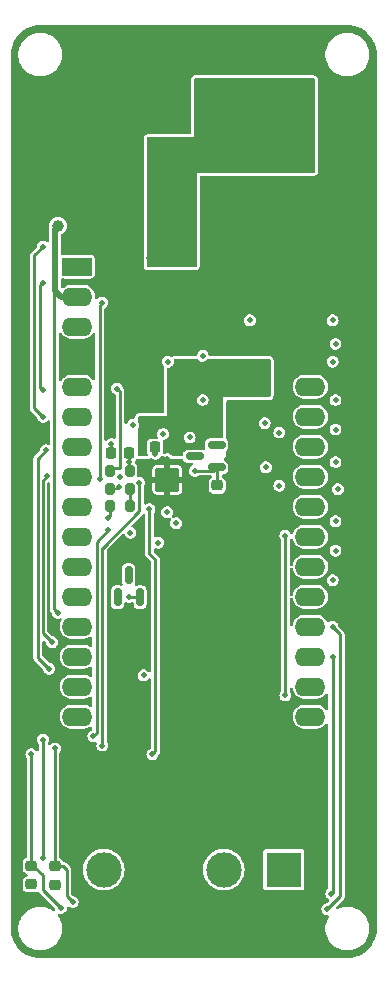
<source format=gbr>
%TF.GenerationSoftware,KiCad,Pcbnew,8.0.0*%
%TF.CreationDate,2024-05-24T13:22:15-04:00*%
%TF.ProjectId,MPPT Charge Controller,4d505054-2043-4686-9172-676520436f6e,0.1*%
%TF.SameCoordinates,Original*%
%TF.FileFunction,Copper,L4,Bot*%
%TF.FilePolarity,Positive*%
%FSLAX46Y46*%
G04 Gerber Fmt 4.6, Leading zero omitted, Abs format (unit mm)*
G04 Created by KiCad (PCBNEW 8.0.0) date 2024-05-24 13:22:15*
%MOMM*%
%LPD*%
G01*
G04 APERTURE LIST*
G04 Aperture macros list*
%AMRoundRect*
0 Rectangle with rounded corners*
0 $1 Rounding radius*
0 $2 $3 $4 $5 $6 $7 $8 $9 X,Y pos of 4 corners*
0 Add a 4 corners polygon primitive as box body*
4,1,4,$2,$3,$4,$5,$6,$7,$8,$9,$2,$3,0*
0 Add four circle primitives for the rounded corners*
1,1,$1+$1,$2,$3*
1,1,$1+$1,$4,$5*
1,1,$1+$1,$6,$7*
1,1,$1+$1,$8,$9*
0 Add four rect primitives between the rounded corners*
20,1,$1+$1,$2,$3,$4,$5,0*
20,1,$1+$1,$4,$5,$6,$7,0*
20,1,$1+$1,$6,$7,$8,$9,0*
20,1,$1+$1,$8,$9,$2,$3,0*%
G04 Aperture macros list end*
%TA.AperFunction,EtchedComponent*%
%ADD10C,0.000000*%
%TD*%
%TA.AperFunction,ComponentPad*%
%ADD11RoundRect,0.250000X-1.050000X-0.550000X1.050000X-0.550000X1.050000X0.550000X-1.050000X0.550000X0*%
%TD*%
%TA.AperFunction,ComponentPad*%
%ADD12O,2.600000X1.600000*%
%TD*%
%TA.AperFunction,ComponentPad*%
%ADD13C,3.000000*%
%TD*%
%TA.AperFunction,ComponentPad*%
%ADD14R,3.000000X3.000000*%
%TD*%
%TA.AperFunction,SMDPad,CuDef*%
%ADD15RoundRect,0.225000X-0.250000X0.225000X-0.250000X-0.225000X0.250000X-0.225000X0.250000X0.225000X0*%
%TD*%
%TA.AperFunction,SMDPad,CuDef*%
%ADD16C,0.500000*%
%TD*%
%TA.AperFunction,SMDPad,CuDef*%
%ADD17RoundRect,0.200000X-0.200000X-0.275000X0.200000X-0.275000X0.200000X0.275000X-0.200000X0.275000X0*%
%TD*%
%TA.AperFunction,SMDPad,CuDef*%
%ADD18RoundRect,0.218750X-0.256250X0.218750X-0.256250X-0.218750X0.256250X-0.218750X0.256250X0.218750X0*%
%TD*%
%TA.AperFunction,SMDPad,CuDef*%
%ADD19RoundRect,0.225000X0.225000X0.250000X-0.225000X0.250000X-0.225000X-0.250000X0.225000X-0.250000X0*%
%TD*%
%TA.AperFunction,SMDPad,CuDef*%
%ADD20RoundRect,0.150000X0.150000X-0.587500X0.150000X0.587500X-0.150000X0.587500X-0.150000X-0.587500X0*%
%TD*%
%TA.AperFunction,SMDPad,CuDef*%
%ADD21RoundRect,0.200000X0.200000X0.275000X-0.200000X0.275000X-0.200000X-0.275000X0.200000X-0.275000X0*%
%TD*%
%TA.AperFunction,SMDPad,CuDef*%
%ADD22RoundRect,0.150000X0.587500X0.150000X-0.587500X0.150000X-0.587500X-0.150000X0.587500X-0.150000X0*%
%TD*%
%TA.AperFunction,ViaPad*%
%ADD23C,0.500000*%
%TD*%
%TA.AperFunction,ViaPad*%
%ADD24C,1.000000*%
%TD*%
%TA.AperFunction,Conductor*%
%ADD25C,0.250000*%
%TD*%
%TA.AperFunction,Conductor*%
%ADD26C,0.150000*%
%TD*%
%TA.AperFunction,Conductor*%
%ADD27C,1.000000*%
%TD*%
%TA.AperFunction,Conductor*%
%ADD28C,0.500000*%
%TD*%
G04 APERTURE END LIST*
D10*
%TA.AperFunction,EtchedComponent*%
%TO.C,NT2*%
G36*
X108000000Y-98250000D02*
G01*
X107500000Y-98250000D01*
X107500000Y-97250000D01*
X108000000Y-97250000D01*
X108000000Y-98250000D01*
G37*
%TD.AperFunction*%
%TA.AperFunction,EtchedComponent*%
%TO.C,NT4*%
G36*
X108000000Y-100750000D02*
G01*
X107500000Y-100750000D01*
X107500000Y-99750000D01*
X108000000Y-99750000D01*
X108000000Y-100750000D01*
G37*
%TD.AperFunction*%
%TA.AperFunction,EtchedComponent*%
%TO.C,NT1*%
G36*
X109500000Y-99250000D02*
G01*
X108500000Y-99250000D01*
X108500000Y-98750000D01*
X109500000Y-98750000D01*
X109500000Y-99250000D01*
G37*
%TD.AperFunction*%
%TA.AperFunction,EtchedComponent*%
%TO.C,NT3*%
G36*
X107000000Y-99250000D02*
G01*
X106000000Y-99250000D01*
X106000000Y-98750000D01*
X107000000Y-98750000D01*
X107000000Y-99250000D01*
G37*
%TD.AperFunction*%
%TD*%
D11*
%TO.P,A1,1,~{RESET}*%
%TO.N,unconnected-(A1-~{RESET}-Pad1)*%
X100140000Y-80960000D03*
D12*
%TO.P,A1,2,3V3*%
%TO.N,+3.3V*%
X100140000Y-83500000D03*
%TO.P,A1,3,NC*%
%TO.N,unconnected-(A1-NC-Pad3)*%
X100140000Y-86040000D03*
%TO.P,A1,4,GND*%
%TO.N,GND*%
X100140000Y-88580000D03*
%TO.P,A1,5,DAC2/A0*%
%TO.N,/Solar Voltage*%
X100140000Y-91120000D03*
%TO.P,A1,6,DAC1/A1*%
%TO.N,/Solar Current*%
X100140000Y-93660000D03*
%TO.P,A1,7,I34/A2*%
%TO.N,/Battery Voltage*%
X100140000Y-96200000D03*
%TO.P,A1,8,I39/A3*%
%TO.N,/Battery Current*%
X100140000Y-98740000D03*
%TO.P,A1,9,IO36/A4*%
%TO.N,unconnected-(A1-IO36{slash}A4-Pad9)*%
X100140000Y-101280000D03*
%TO.P,A1,10,IO4/A5*%
%TO.N,unconnected-(A1-IO4{slash}A5-Pad10)*%
X100140000Y-103820000D03*
%TO.P,A1,11,SCK/IO5*%
%TO.N,unconnected-(A1-SCK{slash}IO5-Pad11)*%
X100140000Y-106360000D03*
%TO.P,A1,12,MOSI/IO18*%
%TO.N,unconnected-(A1-MOSI{slash}IO18-Pad12)*%
X100140000Y-108900000D03*
%TO.P,A1,13,MISO/IO19*%
%TO.N,unconnected-(A1-MISO{slash}IO19-Pad13)*%
X100140000Y-111440000D03*
%TO.P,A1,14,RX/IO16*%
%TO.N,unconnected-(A1-RX{slash}IO16-Pad14)*%
X100140000Y-113980000D03*
%TO.P,A1,15,TX/IO17*%
%TO.N,unconnected-(A1-TX{slash}IO17-Pad15)*%
X100140000Y-116520000D03*
%TO.P,A1,16,TXD0*%
%TO.N,unconnected-(A1-TXD0-Pad16)*%
X100140000Y-119060000D03*
%TO.P,A1,17,SDA/IO23*%
%TO.N,unconnected-(A1-SDA{slash}IO23-Pad17)*%
X119860000Y-119060000D03*
%TO.P,A1,18,SCL/IO22*%
%TO.N,unconnected-(A1-SCL{slash}IO22-Pad18)*%
X119860000Y-116520000D03*
%TO.P,A1,19,D5*%
%TO.N,/STAT1*%
X119860000Y-113980000D03*
%TO.P,A1,20,D6*%
%TO.N,/STAT2*%
X119860000Y-111440000D03*
%TO.P,A1,21,D9*%
%TO.N,/~{Charge EN}*%
X119860000Y-108900000D03*
%TO.P,A1,22,D10*%
%TO.N,/SD_CS*%
X119860000Y-106360000D03*
%TO.P,A1,23,D11*%
%TO.N,/Load Enable*%
X119860000Y-103820000D03*
%TO.P,A1,24,D12*%
%TO.N,unconnected-(A1-D12-Pad24)*%
X119860000Y-101280000D03*
%TO.P,A1,25,D13*%
%TO.N,unconnected-(A1-D13-Pad25)*%
X119860000Y-98740000D03*
%TO.P,A1,26,VBUS*%
%TO.N,unconnected-(A1-VBUS-Pad26)*%
X119860000Y-96200000D03*
%TO.P,A1,27,EN*%
%TO.N,unconnected-(A1-EN-Pad27)*%
X119860000Y-93660000D03*
%TO.P,A1,28,VBAT*%
%TO.N,unconnected-(A1-VBAT-Pad28)*%
X119860000Y-91120000D03*
%TD*%
D13*
%TO.P,TP15,1,1*%
%TO.N,/Input*%
X117620000Y-68000000D03*
%TD*%
%TO.P,TP14,1,1*%
%TO.N,GND*%
X102380000Y-68000000D03*
%TD*%
%TO.P,J3,2,Pin_2*%
%TO.N,Net-(J2-Pin_2)*%
X112540000Y-132000000D03*
D14*
%TO.P,J3,1,Pin_1*%
%TO.N,Net-(J3-Pin_1)*%
X117620000Y-132000000D03*
%TD*%
D13*
%TO.P,J2,2,Pin_2*%
%TO.N,Net-(J2-Pin_2)*%
X102380000Y-132000000D03*
D14*
%TO.P,J2,1,Pin_1*%
%TO.N,GND*%
X107460000Y-132000000D03*
%TD*%
D13*
%TO.P,J1,2,Pin_2*%
%TO.N,/Input*%
X112540000Y-68000000D03*
D14*
%TO.P,J1,1,Pin_1*%
%TO.N,GND*%
X107460000Y-68000000D03*
%TD*%
D15*
%TO.P,C4,1*%
%TO.N,/RGEN*%
X112000000Y-99475000D03*
%TO.P,C4,2*%
%TO.N,GND*%
X112000000Y-101025000D03*
%TD*%
D16*
%TO.P,NT2,1,1*%
%TO.N,PWR GND*%
X107750000Y-98250000D03*
%TO.P,NT2,2,2*%
%TO.N,GND*%
X107750000Y-97250000D03*
%TD*%
D17*
%TO.P,R6,1*%
%TO.N,Net-(D1-K)*%
X102925000Y-98250000D03*
%TO.P,R6,2*%
%TO.N,/VCC*%
X104575000Y-98250000D03*
%TD*%
D18*
%TO.P,D4,1,K*%
%TO.N,/STAT2*%
X96250000Y-131675000D03*
%TO.P,D4,2,A*%
%TO.N,Net-(D4-A)*%
X96250000Y-133250000D03*
%TD*%
D17*
%TO.P,R9,1*%
%TO.N,/VREF*%
X102925000Y-99750000D03*
%TO.P,R9,2*%
%TO.N,/TS*%
X104575000Y-99750000D03*
%TD*%
D16*
%TO.P,NT4,1,1*%
%TO.N,PWR GND*%
X107750000Y-99750000D03*
%TO.P,NT4,2,2*%
%TO.N,GND*%
X107750000Y-100750000D03*
%TD*%
D19*
%TO.P,C5,2*%
%TO.N,/BTST*%
X106725000Y-96250000D03*
%TO.P,C5,1*%
%TO.N,/PH*%
X108275000Y-96250000D03*
%TD*%
D18*
%TO.P,D3,1,K*%
%TO.N,/STAT1*%
X98250000Y-131712500D03*
%TO.P,D3,2,A*%
%TO.N,Net-(D3-A)*%
X98250000Y-133287500D03*
%TD*%
D20*
%TO.P,Q3,1,G*%
%TO.N,/~{Charge EN}*%
X105450000Y-108937500D03*
%TO.P,Q3,2,S*%
%TO.N,PWR GND*%
X103550000Y-108937500D03*
%TO.P,Q3,3,D*%
%TO.N,/MPPSET*%
X104500000Y-107062500D03*
%TD*%
D21*
%TO.P,R10,1*%
%TO.N,/TS*%
X104575000Y-101250000D03*
%TO.P,R10,2*%
%TO.N,PWR GND*%
X102925000Y-101250000D03*
%TD*%
D16*
%TO.P,NT1,1,1*%
%TO.N,PWR GND*%
X108500000Y-99000000D03*
%TO.P,NT1,2,2*%
%TO.N,GND*%
X109500000Y-99000000D03*
%TD*%
%TO.P,NT3,1,1*%
%TO.N,PWR GND*%
X107000000Y-99000000D03*
%TO.P,NT3,2,2*%
%TO.N,GND*%
X106000000Y-99000000D03*
%TD*%
D19*
%TO.P,C2,1*%
%TO.N,/VCC*%
X104525000Y-96750000D03*
%TO.P,C2,2*%
%TO.N,PWR GND*%
X102975000Y-96750000D03*
%TD*%
D22*
%TO.P,D2,3*%
%TO.N,/BTST*%
X110062500Y-97000000D03*
%TO.P,D2,2*%
%TO.N,/RGEN*%
X111937500Y-97950000D03*
%TO.P,D2,1*%
%TO.N,unconnected-(D2-Pad1)*%
X111937500Y-96050000D03*
%TD*%
D23*
%TO.N,/TS*%
X104575000Y-101250000D03*
%TO.N,/VCC*%
X116100000Y-97950002D03*
X116000000Y-94200000D03*
X104850000Y-94350000D03*
%TO.N,/STAT2*%
X106250000Y-101500000D03*
%TO.N,/MPPSET*%
X103775000Y-98782635D03*
%TO.N,/TS*%
X104641320Y-103499654D03*
%TO.N,/Load Enable*%
X117750000Y-103750000D03*
X117750000Y-117250000D03*
%TO.N,Net-(D4-A)*%
X96250000Y-133250000D03*
%TO.N,Net-(D3-A)*%
X98250000Y-133287500D03*
%TO.N,GND*%
X111250000Y-76500000D03*
X112000000Y-76500000D03*
X111250000Y-75750000D03*
X112000000Y-75750000D03*
X112000000Y-75000000D03*
X111250000Y-75000000D03*
X113750000Y-105250000D03*
X111500000Y-105750000D03*
%TO.N,Net-(U1-SRN)*%
X105750000Y-115555000D03*
X107000000Y-104325000D03*
%TO.N,/PH*%
X114750000Y-85500000D03*
X121750000Y-85500000D03*
%TO.N,/LODRV*%
X109655000Y-95420000D03*
X110750000Y-88500000D03*
X122000000Y-87500000D03*
%TO.N,/HIDRV*%
X107410464Y-95124536D03*
X107800000Y-89000000D03*
X121750000Y-89000000D03*
%TO.N,/BTST*%
X110062500Y-97000000D03*
X110750000Y-92250000D03*
X122000000Y-92250000D03*
%TO.N,/RGEN*%
X112000000Y-99475000D03*
X117250000Y-99500000D03*
X117250000Y-95000000D03*
X122000000Y-94750000D03*
%TO.N,/VREF*%
X122200000Y-99800000D03*
%TO.N,/VCC*%
X104525000Y-97500000D03*
X122000000Y-97500000D03*
%TO.N,/VFB*%
X108500000Y-102675000D03*
X122000000Y-102500000D03*
%TO.N,/TS*%
X122000000Y-105000000D03*
%TO.N,/MPPSET*%
X121750000Y-107500000D03*
%TO.N,/~{Charge EN}*%
X104500000Y-108900000D03*
%TO.N,/MPPSET*%
X104500000Y-107062500D03*
%TO.N,/VREF*%
X103700000Y-99600000D03*
X107750000Y-101750000D03*
%TO.N,/STAT2*%
X121300000Y-135350000D03*
X121750000Y-111440000D03*
X98750000Y-135250000D03*
%TO.N,/STAT1*%
X99750000Y-134750000D03*
X121650000Y-134050000D03*
X121750000Y-114000000D03*
%TO.N,/Battery Voltage*%
X97500000Y-96500000D03*
X97750000Y-115000000D03*
%TO.N,/Battery Current*%
X97600000Y-98700000D03*
X98000000Y-112750000D03*
%TO.N,Net-(D1-K)*%
X103500000Y-91275000D03*
%TO.N,+3.3V*%
X98500000Y-110250000D03*
%TO.N,/Solar Voltage*%
X97200000Y-91400000D03*
X97200000Y-82300000D03*
D24*
%TO.N,/Input*%
X109500000Y-80250000D03*
X108500000Y-80250000D03*
X107500000Y-80250000D03*
X106500000Y-80250000D03*
D23*
%TO.N,/VIN*%
X102050000Y-98950000D03*
X102250000Y-84000000D03*
%TO.N,/STAT2*%
X106500000Y-122250000D03*
X96250000Y-122250000D03*
%TO.N,/STAT1*%
X98250000Y-121750000D03*
X102250000Y-121500000D03*
X105400000Y-99257149D03*
%TO.N,/PH*%
X108137501Y-96517501D03*
D24*
X114500000Y-90250000D03*
D23*
%TO.N,/VREF*%
X97250000Y-131000000D03*
X97250000Y-121000000D03*
X101500000Y-120700000D03*
X102750000Y-103250000D03*
%TO.N,/RGEN*%
X110094384Y-98250000D03*
%TO.N,/BTST*%
X106750000Y-96800000D03*
D24*
%TO.N,/PH*%
X108880000Y-92060000D03*
D23*
X105845000Y-95420000D03*
D24*
%TO.N,+3.3V*%
X98500000Y-77500000D03*
D23*
%TO.N,/Solar Current*%
X97250000Y-93660000D03*
X97250000Y-79250000D03*
%TO.N,PWR GND*%
X107750000Y-99750000D03*
X102750000Y-102250000D03*
X103000000Y-96000000D03*
X107000000Y-98250000D03*
X107750000Y-98250000D03*
X107000000Y-99750000D03*
X108500000Y-99000000D03*
X103550000Y-108937500D03*
X108500000Y-98250000D03*
X107750000Y-99000000D03*
X108500000Y-99750000D03*
X107000000Y-99000000D03*
%TD*%
D25*
%TO.N,/STAT2*%
X122400000Y-112090000D02*
X121750000Y-111440000D01*
X122400000Y-134250000D02*
X122400000Y-112090000D01*
X121300000Y-135350000D02*
X122400000Y-134250000D01*
%TO.N,/STAT1*%
X121750000Y-133950000D02*
X121750000Y-114000000D01*
X121650000Y-134050000D02*
X121750000Y-133950000D01*
%TO.N,/TS*%
X104575000Y-99750000D02*
X104575000Y-101250000D01*
D26*
%TO.N,/VREF*%
X103700000Y-99600000D02*
X103550000Y-99750000D01*
X103550000Y-99750000D02*
X102925000Y-99750000D01*
D25*
%TO.N,/VIN*%
X102050000Y-98950000D02*
X102050000Y-84200000D01*
X102050000Y-84200000D02*
X102250000Y-84000000D01*
%TO.N,/RGEN*%
X111637500Y-98250000D02*
X111937500Y-97950000D01*
X110094384Y-98250000D02*
X111637500Y-98250000D01*
%TO.N,/BTST*%
X106725000Y-96775000D02*
X106725000Y-96250000D01*
X106750000Y-96800000D02*
X106725000Y-96775000D01*
%TO.N,/STAT2*%
X106750000Y-122000000D02*
X106500000Y-122250000D01*
X106250000Y-105250000D02*
X106750000Y-105750000D01*
X106250000Y-101500000D02*
X106250000Y-105250000D01*
X106750000Y-105750000D02*
X106750000Y-122000000D01*
%TO.N,/~{Charge EN}*%
X104500000Y-108900000D02*
X104537500Y-108937500D01*
X104537500Y-108937500D02*
X105450000Y-108937500D01*
%TO.N,+3.3V*%
X98200000Y-83050000D02*
X98250000Y-83000000D01*
X98200000Y-98444400D02*
X98200000Y-83050000D01*
X98205000Y-98950600D02*
X98205000Y-98449400D01*
X98200000Y-109950000D02*
X98200000Y-98955600D01*
X98500000Y-110250000D02*
X98200000Y-109950000D01*
X98200000Y-98955600D02*
X98205000Y-98950600D01*
X98205000Y-98449400D02*
X98200000Y-98444400D01*
%TO.N,/Solar Voltage*%
X97000000Y-91200000D02*
X97000000Y-82500000D01*
X97000000Y-82500000D02*
X97200000Y-82300000D01*
X97200000Y-91400000D02*
X97000000Y-91200000D01*
%TO.N,/Solar Current*%
X96500000Y-92910000D02*
X97250000Y-93660000D01*
X96500000Y-80000000D02*
X96500000Y-92910000D01*
X97250000Y-79250000D02*
X96500000Y-80000000D01*
%TO.N,/Battery Current*%
X97200000Y-111950000D02*
X98000000Y-112750000D01*
X97200000Y-99100000D02*
X97200000Y-111950000D01*
X97600000Y-98700000D02*
X97200000Y-99100000D01*
%TO.N,/Battery Voltage*%
X96800000Y-97200000D02*
X97500000Y-96500000D01*
X96800000Y-114050000D02*
X96800000Y-97200000D01*
X97750000Y-115000000D02*
X96800000Y-114050000D01*
%TO.N,/VREF*%
X101500000Y-120700000D02*
X101765000Y-120435000D01*
X101765000Y-120435000D02*
X101765000Y-104235000D01*
X101765000Y-104235000D02*
X102750000Y-103250000D01*
%TO.N,/STAT1*%
X102250000Y-104750000D02*
X102250000Y-121500000D01*
X102298004Y-104750000D02*
X102250000Y-104750000D01*
X105400000Y-101648004D02*
X102298004Y-104750000D01*
X105400000Y-99257149D02*
X105400000Y-101648004D01*
%TO.N,/STAT2*%
X96425000Y-131675000D02*
X96250000Y-131675000D01*
X97250000Y-132500000D02*
X96425000Y-131675000D01*
X97250000Y-133750000D02*
X97250000Y-132500000D01*
X98750000Y-135250000D02*
X97250000Y-133750000D01*
%TO.N,/STAT1*%
X99250000Y-132000000D02*
X98962500Y-131712500D01*
X99750000Y-134750000D02*
X99250000Y-134250000D01*
X98962500Y-131712500D02*
X98250000Y-131712500D01*
X99250000Y-134250000D02*
X99250000Y-132000000D01*
%TO.N,/Load Enable*%
X117750000Y-103750000D02*
X117750000Y-117250000D01*
%TO.N,/VCC*%
X104525000Y-97500000D02*
X104525000Y-98200000D01*
X104525000Y-96750000D02*
X104525000Y-97500000D01*
%TO.N,Net-(D1-K)*%
X103750000Y-98000000D02*
X103750000Y-91525000D01*
X103000000Y-98000000D02*
X103750000Y-98000000D01*
X102925000Y-98075000D02*
X103000000Y-98000000D01*
X102925000Y-98250000D02*
X102925000Y-98075000D01*
X103750000Y-91525000D02*
X103500000Y-91275000D01*
%TO.N,/STAT2*%
X96250000Y-131675000D02*
X96250000Y-122250000D01*
%TO.N,/STAT1*%
X98250000Y-121750000D02*
X98250000Y-131712500D01*
%TO.N,/VREF*%
X97250000Y-121000000D02*
X97250000Y-131000000D01*
%TO.N,/VCC*%
X104525000Y-98200000D02*
X104575000Y-98250000D01*
%TO.N,/RGEN*%
X112000000Y-99475000D02*
X112000000Y-98012500D01*
X112000000Y-98012500D02*
X111937500Y-97950000D01*
D27*
%TO.N,/PH*%
X108880000Y-92060000D02*
X108875618Y-92060000D01*
D28*
%TO.N,+3.3V*%
X98250000Y-77750000D02*
X98250000Y-83000000D01*
X98250000Y-83000000D02*
X98750000Y-83500000D01*
X98750000Y-83500000D02*
X99840000Y-83500000D01*
X98500000Y-77500000D02*
X98250000Y-77750000D01*
D25*
%TO.N,PWR GND*%
X103000000Y-96725000D02*
X102975000Y-96750000D01*
X102925000Y-102075000D02*
X102750000Y-102250000D01*
X103000000Y-96000000D02*
X103000000Y-96725000D01*
X102925000Y-101250000D02*
X102925000Y-102075000D01*
%TD*%
%TA.AperFunction,Conductor*%
%TO.N,GND*%
G36*
X98780703Y-86562776D02*
G01*
X98802602Y-86587599D01*
X98862857Y-86677777D01*
X98862863Y-86677785D01*
X99002214Y-86817136D01*
X99002218Y-86817139D01*
X99166079Y-86926628D01*
X99166092Y-86926635D01*
X99342006Y-86999500D01*
X99348165Y-87002051D01*
X99348169Y-87002051D01*
X99348170Y-87002052D01*
X99541456Y-87040500D01*
X99541459Y-87040500D01*
X100738543Y-87040500D01*
X100868582Y-87014632D01*
X100931835Y-87002051D01*
X101113914Y-86926632D01*
X101277782Y-86817139D01*
X101417139Y-86677782D01*
X101447398Y-86632496D01*
X101501009Y-86587691D01*
X101570334Y-86578984D01*
X101633362Y-86609138D01*
X101670082Y-86668581D01*
X101674500Y-86701387D01*
X101674500Y-90458612D01*
X101654815Y-90525651D01*
X101602011Y-90571406D01*
X101532853Y-90581350D01*
X101469297Y-90552325D01*
X101447398Y-90527503D01*
X101417139Y-90482218D01*
X101417136Y-90482214D01*
X101277785Y-90342863D01*
X101277781Y-90342860D01*
X101113920Y-90233371D01*
X101113907Y-90233364D01*
X100931839Y-90157950D01*
X100931829Y-90157947D01*
X100738543Y-90119500D01*
X100738541Y-90119500D01*
X99541459Y-90119500D01*
X99541457Y-90119500D01*
X99348170Y-90157947D01*
X99348160Y-90157950D01*
X99166092Y-90233364D01*
X99166079Y-90233371D01*
X99002218Y-90342860D01*
X99002214Y-90342863D01*
X98862863Y-90482214D01*
X98862860Y-90482218D01*
X98802602Y-90572401D01*
X98748990Y-90617206D01*
X98679665Y-90625913D01*
X98616637Y-90595758D01*
X98579918Y-90536315D01*
X98575500Y-90503510D01*
X98575500Y-86656489D01*
X98595185Y-86589450D01*
X98647989Y-86543695D01*
X98717147Y-86533751D01*
X98780703Y-86562776D01*
G37*
%TD.AperFunction*%
%TA.AperFunction,Conductor*%
G36*
X123003736Y-60500726D02*
G01*
X123293796Y-60518271D01*
X123308659Y-60520076D01*
X123590798Y-60571780D01*
X123605335Y-60575363D01*
X123879172Y-60660695D01*
X123893163Y-60666000D01*
X124154743Y-60783727D01*
X124167989Y-60790680D01*
X124413465Y-60939075D01*
X124425776Y-60947573D01*
X124651573Y-61124473D01*
X124662781Y-61134403D01*
X124865596Y-61337218D01*
X124875526Y-61348426D01*
X124995481Y-61501538D01*
X125052422Y-61574217D01*
X125060926Y-61586537D01*
X125072532Y-61605735D01*
X125209316Y-61832004D01*
X125216275Y-61845263D01*
X125333997Y-62106831D01*
X125339306Y-62120832D01*
X125424635Y-62394663D01*
X125428219Y-62409201D01*
X125479923Y-62691340D01*
X125481728Y-62706205D01*
X125499274Y-62996263D01*
X125499500Y-63003750D01*
X125499500Y-136996249D01*
X125499274Y-137003736D01*
X125481728Y-137293794D01*
X125479923Y-137308659D01*
X125428219Y-137590798D01*
X125424635Y-137605336D01*
X125339306Y-137879167D01*
X125333997Y-137893168D01*
X125216275Y-138154736D01*
X125209316Y-138167995D01*
X125060928Y-138413459D01*
X125052422Y-138425782D01*
X124875526Y-138651573D01*
X124865596Y-138662781D01*
X124662781Y-138865596D01*
X124651573Y-138875526D01*
X124425782Y-139052422D01*
X124413459Y-139060928D01*
X124167995Y-139209316D01*
X124154736Y-139216275D01*
X123893168Y-139333997D01*
X123879167Y-139339306D01*
X123605336Y-139424635D01*
X123590798Y-139428219D01*
X123308659Y-139479923D01*
X123293794Y-139481728D01*
X123003736Y-139499274D01*
X122996249Y-139499500D01*
X97003751Y-139499500D01*
X96996264Y-139499274D01*
X96706205Y-139481728D01*
X96691340Y-139479923D01*
X96409201Y-139428219D01*
X96394663Y-139424635D01*
X96120832Y-139339306D01*
X96106831Y-139333997D01*
X95845263Y-139216275D01*
X95832004Y-139209316D01*
X95586540Y-139060928D01*
X95574217Y-139052422D01*
X95348426Y-138875526D01*
X95337218Y-138865596D01*
X95134403Y-138662781D01*
X95124473Y-138651573D01*
X95038575Y-138541932D01*
X94947573Y-138425776D01*
X94939075Y-138413465D01*
X94790680Y-138167989D01*
X94783727Y-138154743D01*
X94666000Y-137893163D01*
X94660693Y-137879167D01*
X94575364Y-137605336D01*
X94571780Y-137590798D01*
X94557752Y-137514250D01*
X94520075Y-137308657D01*
X94518271Y-137293794D01*
X94507836Y-137121288D01*
X95149500Y-137121288D01*
X95181161Y-137361785D01*
X95243947Y-137596104D01*
X95336773Y-137820205D01*
X95336776Y-137820212D01*
X95458064Y-138030289D01*
X95458066Y-138030292D01*
X95458067Y-138030293D01*
X95605733Y-138222736D01*
X95605739Y-138222743D01*
X95777256Y-138394260D01*
X95777263Y-138394266D01*
X95818336Y-138425782D01*
X95969711Y-138541936D01*
X96179788Y-138663224D01*
X96403900Y-138756054D01*
X96638211Y-138818838D01*
X96818586Y-138842584D01*
X96878711Y-138850500D01*
X96878712Y-138850500D01*
X97121289Y-138850500D01*
X97169388Y-138844167D01*
X97361789Y-138818838D01*
X97596100Y-138756054D01*
X97820212Y-138663224D01*
X98030289Y-138541936D01*
X98222738Y-138394265D01*
X98394265Y-138222738D01*
X98541936Y-138030289D01*
X98663224Y-137820212D01*
X98756054Y-137596100D01*
X98818838Y-137361789D01*
X98850500Y-137121288D01*
X98850500Y-136878712D01*
X98818838Y-136638211D01*
X98756054Y-136403900D01*
X98663224Y-136179788D01*
X98541936Y-135969711D01*
X98541932Y-135969706D01*
X98516611Y-135936706D01*
X98491418Y-135871537D01*
X98505457Y-135803092D01*
X98554271Y-135753103D01*
X98622363Y-135737441D01*
X98649915Y-135742242D01*
X98678039Y-135750500D01*
X98678041Y-135750500D01*
X98821962Y-135750500D01*
X98821962Y-135750499D01*
X98960053Y-135709953D01*
X99081128Y-135632143D01*
X99175377Y-135523373D01*
X99235165Y-135392457D01*
X99255647Y-135250000D01*
X99255646Y-135249999D01*
X99256909Y-135241222D01*
X99259392Y-135241579D01*
X99275332Y-135187294D01*
X99328136Y-135141539D01*
X99397294Y-135131595D01*
X99446684Y-135150017D01*
X99495146Y-135181161D01*
X99539948Y-135209954D01*
X99655718Y-135243946D01*
X99677933Y-135250469D01*
X99678036Y-135250499D01*
X99678038Y-135250500D01*
X99678039Y-135250500D01*
X99821962Y-135250500D01*
X99821962Y-135250499D01*
X99960053Y-135209953D01*
X100081128Y-135132143D01*
X100175377Y-135023373D01*
X100235165Y-134892457D01*
X100255647Y-134750000D01*
X100235165Y-134607543D01*
X100175377Y-134476627D01*
X100081128Y-134367857D01*
X99960053Y-134290047D01*
X99960051Y-134290046D01*
X99960049Y-134290045D01*
X99960050Y-134290045D01*
X99821958Y-134249498D01*
X99814429Y-134248416D01*
X99750874Y-134219390D01*
X99744398Y-134213360D01*
X99661819Y-134130781D01*
X99628334Y-134069458D01*
X99625500Y-134043100D01*
X99625500Y-132000004D01*
X100624592Y-132000004D01*
X100644196Y-132261620D01*
X100644197Y-132261625D01*
X100702576Y-132517402D01*
X100702578Y-132517411D01*
X100702580Y-132517416D01*
X100798432Y-132761643D01*
X100929614Y-132988857D01*
X101061736Y-133154533D01*
X101093198Y-133193985D01*
X101274753Y-133362441D01*
X101285521Y-133372433D01*
X101502296Y-133520228D01*
X101502301Y-133520230D01*
X101502302Y-133520231D01*
X101502303Y-133520232D01*
X101594014Y-133564397D01*
X101738673Y-133634061D01*
X101738674Y-133634061D01*
X101738677Y-133634063D01*
X101989385Y-133711396D01*
X102248818Y-133750500D01*
X102511182Y-133750500D01*
X102770615Y-133711396D01*
X103021323Y-133634063D01*
X103208111Y-133544110D01*
X103257696Y-133520232D01*
X103257696Y-133520231D01*
X103257704Y-133520228D01*
X103474479Y-133372433D01*
X103666805Y-133193981D01*
X103830386Y-132988857D01*
X103961568Y-132761643D01*
X104057420Y-132517416D01*
X104115802Y-132261630D01*
X104115803Y-132261620D01*
X104135408Y-132000004D01*
X110784592Y-132000004D01*
X110804196Y-132261620D01*
X110804197Y-132261625D01*
X110862576Y-132517402D01*
X110862578Y-132517411D01*
X110862580Y-132517416D01*
X110958432Y-132761643D01*
X111089614Y-132988857D01*
X111221736Y-133154533D01*
X111253198Y-133193985D01*
X111434753Y-133362441D01*
X111445521Y-133372433D01*
X111662296Y-133520228D01*
X111662301Y-133520230D01*
X111662302Y-133520231D01*
X111662303Y-133520232D01*
X111754014Y-133564397D01*
X111898673Y-133634061D01*
X111898674Y-133634061D01*
X111898677Y-133634063D01*
X112149385Y-133711396D01*
X112408818Y-133750500D01*
X112671182Y-133750500D01*
X112930615Y-133711396D01*
X113181323Y-133634063D01*
X113368111Y-133544110D01*
X113408463Y-133524678D01*
X115869500Y-133524678D01*
X115884032Y-133597735D01*
X115884033Y-133597739D01*
X115884034Y-133597740D01*
X115939399Y-133680601D01*
X115985485Y-133711394D01*
X116022260Y-133735966D01*
X116022264Y-133735967D01*
X116095321Y-133750499D01*
X116095324Y-133750500D01*
X116095326Y-133750500D01*
X119144676Y-133750500D01*
X119144677Y-133750499D01*
X119217740Y-133735966D01*
X119300601Y-133680601D01*
X119355966Y-133597740D01*
X119370500Y-133524674D01*
X119370500Y-130475326D01*
X119370500Y-130475323D01*
X119370499Y-130475321D01*
X119355967Y-130402264D01*
X119355966Y-130402260D01*
X119300601Y-130319399D01*
X119217740Y-130264034D01*
X119217739Y-130264033D01*
X119217735Y-130264032D01*
X119144677Y-130249500D01*
X119144674Y-130249500D01*
X116095326Y-130249500D01*
X116095323Y-130249500D01*
X116022264Y-130264032D01*
X116022260Y-130264033D01*
X115939399Y-130319399D01*
X115884033Y-130402260D01*
X115884032Y-130402264D01*
X115869500Y-130475321D01*
X115869500Y-133524678D01*
X113408463Y-133524678D01*
X113417696Y-133520232D01*
X113417696Y-133520231D01*
X113417704Y-133520228D01*
X113634479Y-133372433D01*
X113826805Y-133193981D01*
X113990386Y-132988857D01*
X114121568Y-132761643D01*
X114217420Y-132517416D01*
X114275802Y-132261630D01*
X114275803Y-132261620D01*
X114295408Y-132000004D01*
X114295408Y-131999995D01*
X114275803Y-131738379D01*
X114275802Y-131738374D01*
X114275802Y-131738370D01*
X114217420Y-131482584D01*
X114121568Y-131238357D01*
X113990386Y-131011143D01*
X113826805Y-130806019D01*
X113826804Y-130806018D01*
X113826801Y-130806014D01*
X113634479Y-130627567D01*
X113627509Y-130622815D01*
X113417704Y-130479772D01*
X113417700Y-130479770D01*
X113417697Y-130479768D01*
X113417696Y-130479767D01*
X113181325Y-130365938D01*
X113181327Y-130365938D01*
X112930623Y-130288606D01*
X112930619Y-130288605D01*
X112930615Y-130288604D01*
X112805823Y-130269794D01*
X112671187Y-130249500D01*
X112671182Y-130249500D01*
X112408818Y-130249500D01*
X112408812Y-130249500D01*
X112247247Y-130273853D01*
X112149385Y-130288604D01*
X112149382Y-130288605D01*
X112149376Y-130288606D01*
X111898673Y-130365938D01*
X111662303Y-130479767D01*
X111662302Y-130479768D01*
X111445520Y-130627567D01*
X111253198Y-130806014D01*
X111089614Y-131011143D01*
X110958432Y-131238356D01*
X110862582Y-131482578D01*
X110862576Y-131482597D01*
X110804197Y-131738374D01*
X110804196Y-131738379D01*
X110784592Y-131999995D01*
X110784592Y-132000004D01*
X104135408Y-132000004D01*
X104135408Y-131999995D01*
X104115803Y-131738379D01*
X104115802Y-131738374D01*
X104115802Y-131738370D01*
X104057420Y-131482584D01*
X103961568Y-131238357D01*
X103830386Y-131011143D01*
X103666805Y-130806019D01*
X103666804Y-130806018D01*
X103666801Y-130806014D01*
X103474479Y-130627567D01*
X103467509Y-130622815D01*
X103257704Y-130479772D01*
X103257700Y-130479770D01*
X103257697Y-130479768D01*
X103257696Y-130479767D01*
X103021325Y-130365938D01*
X103021327Y-130365938D01*
X102770623Y-130288606D01*
X102770619Y-130288605D01*
X102770615Y-130288604D01*
X102645823Y-130269794D01*
X102511187Y-130249500D01*
X102511182Y-130249500D01*
X102248818Y-130249500D01*
X102248812Y-130249500D01*
X102087247Y-130273853D01*
X101989385Y-130288604D01*
X101989382Y-130288605D01*
X101989376Y-130288606D01*
X101738673Y-130365938D01*
X101502303Y-130479767D01*
X101502302Y-130479768D01*
X101285520Y-130627567D01*
X101093198Y-130806014D01*
X100929614Y-131011143D01*
X100798432Y-131238356D01*
X100702582Y-131482578D01*
X100702576Y-131482597D01*
X100644197Y-131738374D01*
X100644196Y-131738379D01*
X100624592Y-131999995D01*
X100624592Y-132000004D01*
X99625500Y-132000004D01*
X99625500Y-131950567D01*
X99625500Y-131950565D01*
X99599910Y-131855062D01*
X99550475Y-131769438D01*
X99480562Y-131699525D01*
X99193063Y-131412026D01*
X99193062Y-131412025D01*
X99107438Y-131362590D01*
X99059686Y-131349795D01*
X99059684Y-131349794D01*
X99059682Y-131349793D01*
X99004087Y-131334897D01*
X99004957Y-131331648D01*
X98955303Y-131309633D01*
X98929475Y-131272758D01*
X98926587Y-131274336D01*
X98922337Y-131266554D01*
X98922336Y-131266550D01*
X98901230Y-131238356D01*
X98841473Y-131158529D01*
X98758180Y-131096177D01*
X98733450Y-131077664D01*
X98706162Y-131067485D01*
X98650230Y-131025612D01*
X98625816Y-130960146D01*
X98625500Y-130951305D01*
X98625500Y-122127183D01*
X98645185Y-122060144D01*
X98655783Y-122045985D01*
X98675377Y-122023373D01*
X98735165Y-121892457D01*
X98755647Y-121750000D01*
X98735165Y-121607543D01*
X98675377Y-121476627D01*
X98581128Y-121367857D01*
X98460053Y-121290047D01*
X98460051Y-121290046D01*
X98460049Y-121290045D01*
X98460050Y-121290045D01*
X98321963Y-121249500D01*
X98321961Y-121249500D01*
X98178039Y-121249500D01*
X98178036Y-121249500D01*
X98039949Y-121290045D01*
X97918872Y-121367856D01*
X97876604Y-121416636D01*
X97817825Y-121454410D01*
X97747956Y-121454409D01*
X97689178Y-121416633D01*
X97660154Y-121353077D01*
X97670098Y-121283919D01*
X97672918Y-121278755D01*
X97675374Y-121273375D01*
X97675377Y-121273373D01*
X97735165Y-121142457D01*
X97755647Y-121000000D01*
X97735165Y-120857543D01*
X97675377Y-120726627D01*
X97581128Y-120617857D01*
X97460053Y-120540047D01*
X97460051Y-120540046D01*
X97460049Y-120540045D01*
X97460050Y-120540045D01*
X97321963Y-120499500D01*
X97321961Y-120499500D01*
X97178039Y-120499500D01*
X97178036Y-120499500D01*
X97039949Y-120540045D01*
X96918873Y-120617856D01*
X96824623Y-120726626D01*
X96824622Y-120726628D01*
X96764834Y-120857543D01*
X96744353Y-121000000D01*
X96764834Y-121142456D01*
X96803275Y-121226628D01*
X96824623Y-121273373D01*
X96844212Y-121295980D01*
X96873238Y-121359534D01*
X96874500Y-121377183D01*
X96874500Y-121873970D01*
X96854815Y-121941009D01*
X96802011Y-121986764D01*
X96732853Y-121996708D01*
X96669297Y-121967683D01*
X96656787Y-121955173D01*
X96644514Y-121941009D01*
X96581128Y-121867857D01*
X96460053Y-121790047D01*
X96460051Y-121790046D01*
X96460049Y-121790045D01*
X96460050Y-121790045D01*
X96321963Y-121749500D01*
X96321961Y-121749500D01*
X96178039Y-121749500D01*
X96178036Y-121749500D01*
X96039949Y-121790045D01*
X95918873Y-121867856D01*
X95824623Y-121976626D01*
X95824622Y-121976628D01*
X95764834Y-122107543D01*
X95744353Y-122250000D01*
X95764834Y-122392456D01*
X95764836Y-122392460D01*
X95824623Y-122523373D01*
X95844212Y-122545980D01*
X95873238Y-122609534D01*
X95874500Y-122627183D01*
X95874500Y-130913805D01*
X95854815Y-130980844D01*
X95802011Y-131026599D01*
X95793838Y-131029985D01*
X95766549Y-131040164D01*
X95658528Y-131121028D01*
X95577664Y-131229049D01*
X95577662Y-131229052D01*
X95530509Y-131355475D01*
X95524500Y-131411355D01*
X95524500Y-131938644D01*
X95530509Y-131994524D01*
X95577662Y-132120947D01*
X95577664Y-132120950D01*
X95658528Y-132228972D01*
X95766549Y-132309835D01*
X95766552Y-132309837D01*
X95864361Y-132346318D01*
X95920295Y-132388189D01*
X95944712Y-132453654D01*
X95929860Y-132521927D01*
X95880455Y-132571332D01*
X95864361Y-132578682D01*
X95766552Y-132615162D01*
X95766549Y-132615164D01*
X95658528Y-132696028D01*
X95577664Y-132804049D01*
X95577662Y-132804052D01*
X95530509Y-132930475D01*
X95524500Y-132986355D01*
X95524500Y-133513644D01*
X95530509Y-133569524D01*
X95577662Y-133695947D01*
X95577664Y-133695950D01*
X95658528Y-133803972D01*
X95766119Y-133884513D01*
X95766549Y-133884835D01*
X95766552Y-133884837D01*
X95880012Y-133927155D01*
X95892978Y-133931991D01*
X95922318Y-133935145D01*
X95948855Y-133937999D01*
X95948870Y-133938000D01*
X96551130Y-133938000D01*
X96551144Y-133937999D01*
X96573023Y-133935646D01*
X96607022Y-133931991D01*
X96733450Y-133884836D01*
X96733882Y-133884511D01*
X96734389Y-133884322D01*
X96741233Y-133880586D01*
X96741770Y-133881569D01*
X96799343Y-133860092D01*
X96867617Y-133874938D01*
X96915583Y-133921773D01*
X96946785Y-133975816D01*
X96949526Y-133980563D01*
X98219432Y-135250469D01*
X98252917Y-135311792D01*
X98254489Y-135320502D01*
X98261191Y-135367114D01*
X98251248Y-135436273D01*
X98205493Y-135489077D01*
X98138454Y-135508762D01*
X98071414Y-135489078D01*
X98062967Y-135483138D01*
X98030293Y-135458067D01*
X98030292Y-135458066D01*
X98030289Y-135458064D01*
X97820212Y-135336776D01*
X97780923Y-135320502D01*
X97596104Y-135243947D01*
X97469241Y-135209954D01*
X97361789Y-135181162D01*
X97361788Y-135181161D01*
X97361785Y-135181161D01*
X97121289Y-135149500D01*
X97121288Y-135149500D01*
X96878712Y-135149500D01*
X96878711Y-135149500D01*
X96638214Y-135181161D01*
X96403895Y-135243947D01*
X96179794Y-135336773D01*
X96179785Y-135336777D01*
X95969706Y-135458067D01*
X95777263Y-135605733D01*
X95777256Y-135605739D01*
X95605739Y-135777256D01*
X95605733Y-135777263D01*
X95458067Y-135969706D01*
X95336777Y-136179785D01*
X95336773Y-136179794D01*
X95243947Y-136403895D01*
X95181161Y-136638214D01*
X95149500Y-136878711D01*
X95149500Y-137121288D01*
X94507836Y-137121288D01*
X94500726Y-137003736D01*
X94500500Y-136996249D01*
X94500500Y-92959435D01*
X96124500Y-92959435D01*
X96150090Y-93054938D01*
X96162856Y-93077049D01*
X96199526Y-93140563D01*
X96199528Y-93140565D01*
X96719432Y-93660469D01*
X96752917Y-93721792D01*
X96754489Y-93730502D01*
X96764834Y-93802454D01*
X96764835Y-93802458D01*
X96804836Y-93890047D01*
X96824623Y-93933373D01*
X96918872Y-94042143D01*
X97039947Y-94119953D01*
X97039950Y-94119954D01*
X97039949Y-94119954D01*
X97178036Y-94160499D01*
X97178038Y-94160500D01*
X97178039Y-94160500D01*
X97321962Y-94160500D01*
X97321962Y-94160499D01*
X97460053Y-94119953D01*
X97581128Y-94042143D01*
X97606788Y-94012529D01*
X97665565Y-93974756D01*
X97735435Y-93974756D01*
X97794213Y-94012530D01*
X97823238Y-94076086D01*
X97824500Y-94093733D01*
X97824500Y-95908006D01*
X97804815Y-95975045D01*
X97752011Y-96020800D01*
X97682853Y-96030744D01*
X97665567Y-96026984D01*
X97571961Y-95999500D01*
X97428039Y-95999500D01*
X97428036Y-95999500D01*
X97289949Y-96040045D01*
X97168873Y-96117856D01*
X97074623Y-96226626D01*
X97074622Y-96226628D01*
X97014835Y-96357541D01*
X97014834Y-96357546D01*
X97004489Y-96429496D01*
X96975463Y-96493051D01*
X96969432Y-96499529D01*
X96569438Y-96899525D01*
X96499526Y-96969436D01*
X96450091Y-97055059D01*
X96450089Y-97055064D01*
X96439434Y-97094827D01*
X96439435Y-97094828D01*
X96424571Y-97150301D01*
X96424543Y-97150403D01*
X96424500Y-97150562D01*
X96424500Y-114099438D01*
X96436027Y-114142454D01*
X96436027Y-114142456D01*
X96436028Y-114142456D01*
X96450090Y-114194939D01*
X96450091Y-114194940D01*
X96495374Y-114273373D01*
X96499526Y-114280563D01*
X97219432Y-115000470D01*
X97252917Y-115061793D01*
X97254489Y-115070503D01*
X97264835Y-115142457D01*
X97324623Y-115273373D01*
X97418872Y-115382143D01*
X97539947Y-115459953D01*
X97539950Y-115459954D01*
X97539949Y-115459954D01*
X97678036Y-115500499D01*
X97678038Y-115500500D01*
X97678039Y-115500500D01*
X97821962Y-115500500D01*
X97821962Y-115500499D01*
X97960053Y-115459953D01*
X98081128Y-115382143D01*
X98175377Y-115273373D01*
X98235165Y-115142457D01*
X98255647Y-115000000D01*
X98235165Y-114857543D01*
X98175377Y-114726627D01*
X98081128Y-114617857D01*
X97960053Y-114540047D01*
X97960051Y-114540046D01*
X97960049Y-114540045D01*
X97960050Y-114540045D01*
X97821958Y-114499498D01*
X97814429Y-114498416D01*
X97750874Y-114469390D01*
X97744398Y-114463360D01*
X97211819Y-113930781D01*
X97178334Y-113869458D01*
X97175500Y-113843100D01*
X97175500Y-112755899D01*
X97195185Y-112688860D01*
X97247989Y-112643105D01*
X97317147Y-112633161D01*
X97380703Y-112662186D01*
X97387158Y-112668195D01*
X97469434Y-112750472D01*
X97502917Y-112811794D01*
X97504489Y-112820503D01*
X97514834Y-112892453D01*
X97514835Y-112892458D01*
X97572145Y-113017947D01*
X97574623Y-113023373D01*
X97668872Y-113132143D01*
X97789947Y-113209953D01*
X97789950Y-113209954D01*
X97789949Y-113209954D01*
X97928036Y-113250499D01*
X97928038Y-113250500D01*
X97928039Y-113250500D01*
X98071962Y-113250500D01*
X98071962Y-113250499D01*
X98210053Y-113209953D01*
X98331128Y-113132143D01*
X98425377Y-113023373D01*
X98485165Y-112892457D01*
X98505647Y-112750000D01*
X98485165Y-112607543D01*
X98425377Y-112476627D01*
X98331128Y-112367857D01*
X98210053Y-112290047D01*
X98210051Y-112290046D01*
X98210049Y-112290045D01*
X98210050Y-112290045D01*
X98071958Y-112249498D01*
X98064429Y-112248416D01*
X98000874Y-112219390D01*
X97994398Y-112213360D01*
X97611819Y-111830781D01*
X97578334Y-111769458D01*
X97575500Y-111743100D01*
X97575500Y-99321648D01*
X97595185Y-99254609D01*
X97647989Y-99208854D01*
X97664634Y-99202651D01*
X97665634Y-99202358D01*
X97735503Y-99202398D01*
X97794260Y-99240206D01*
X97823248Y-99303779D01*
X97824500Y-99321355D01*
X97824500Y-109999436D01*
X97837277Y-110047123D01*
X97837291Y-110047173D01*
X97837295Y-110047186D01*
X97850090Y-110094938D01*
X97867271Y-110124696D01*
X97899526Y-110180563D01*
X97899528Y-110180565D01*
X97969432Y-110250469D01*
X98002917Y-110311792D01*
X98004489Y-110320502D01*
X98014834Y-110392454D01*
X98014835Y-110392458D01*
X98036319Y-110439500D01*
X98074623Y-110523373D01*
X98168872Y-110632143D01*
X98289947Y-110709953D01*
X98289950Y-110709954D01*
X98289949Y-110709954D01*
X98428036Y-110750499D01*
X98428038Y-110750500D01*
X98428039Y-110750500D01*
X98571961Y-110750500D01*
X98648958Y-110727892D01*
X98718825Y-110727892D01*
X98777604Y-110765666D01*
X98806629Y-110829221D01*
X98796686Y-110898380D01*
X98786994Y-110915758D01*
X98753373Y-110966076D01*
X98753364Y-110966092D01*
X98677950Y-111148160D01*
X98677947Y-111148170D01*
X98639500Y-111341456D01*
X98639500Y-111341459D01*
X98639500Y-111538541D01*
X98639500Y-111538543D01*
X98639499Y-111538543D01*
X98677947Y-111731829D01*
X98677950Y-111731839D01*
X98753364Y-111913907D01*
X98753371Y-111913920D01*
X98862860Y-112077781D01*
X98862863Y-112077785D01*
X99002214Y-112217136D01*
X99002218Y-112217139D01*
X99166079Y-112326628D01*
X99166092Y-112326635D01*
X99348160Y-112402049D01*
X99348165Y-112402051D01*
X99348169Y-112402051D01*
X99348170Y-112402052D01*
X99541456Y-112440500D01*
X99541459Y-112440500D01*
X100738543Y-112440500D01*
X100868582Y-112414632D01*
X100931835Y-112402051D01*
X101113914Y-112326632D01*
X101196609Y-112271376D01*
X101263286Y-112250499D01*
X101330666Y-112268983D01*
X101377357Y-112320962D01*
X101389500Y-112374479D01*
X101389500Y-113045520D01*
X101369815Y-113112559D01*
X101317011Y-113158314D01*
X101247853Y-113168258D01*
X101196610Y-113148622D01*
X101113925Y-113093374D01*
X101113907Y-113093364D01*
X100931839Y-113017950D01*
X100931829Y-113017947D01*
X100738543Y-112979500D01*
X100738541Y-112979500D01*
X99541459Y-112979500D01*
X99541457Y-112979500D01*
X99348170Y-113017947D01*
X99348160Y-113017950D01*
X99166092Y-113093364D01*
X99166079Y-113093371D01*
X99002218Y-113202860D01*
X99002214Y-113202863D01*
X98862863Y-113342214D01*
X98862860Y-113342218D01*
X98753371Y-113506079D01*
X98753364Y-113506092D01*
X98677950Y-113688160D01*
X98677947Y-113688170D01*
X98639500Y-113881456D01*
X98639500Y-113881459D01*
X98639500Y-114078541D01*
X98639500Y-114078543D01*
X98639499Y-114078543D01*
X98677947Y-114271829D01*
X98677950Y-114271839D01*
X98753364Y-114453907D01*
X98753371Y-114453920D01*
X98862860Y-114617781D01*
X98862863Y-114617785D01*
X99002214Y-114757136D01*
X99002218Y-114757139D01*
X99166079Y-114866628D01*
X99166092Y-114866635D01*
X99348160Y-114942049D01*
X99348165Y-114942051D01*
X99348169Y-114942051D01*
X99348170Y-114942052D01*
X99541456Y-114980500D01*
X99541459Y-114980500D01*
X100738543Y-114980500D01*
X100868582Y-114954632D01*
X100931835Y-114942051D01*
X101113914Y-114866632D01*
X101196609Y-114811376D01*
X101263286Y-114790499D01*
X101330666Y-114808983D01*
X101377357Y-114860962D01*
X101389500Y-114914479D01*
X101389500Y-115585520D01*
X101369815Y-115652559D01*
X101317011Y-115698314D01*
X101247853Y-115708258D01*
X101196610Y-115688622D01*
X101113925Y-115633374D01*
X101113907Y-115633364D01*
X100931839Y-115557950D01*
X100931829Y-115557947D01*
X100738543Y-115519500D01*
X100738541Y-115519500D01*
X99541459Y-115519500D01*
X99541457Y-115519500D01*
X99348170Y-115557947D01*
X99348160Y-115557950D01*
X99166092Y-115633364D01*
X99166079Y-115633371D01*
X99002218Y-115742860D01*
X99002214Y-115742863D01*
X98862863Y-115882214D01*
X98862860Y-115882218D01*
X98753371Y-116046079D01*
X98753364Y-116046092D01*
X98677950Y-116228160D01*
X98677947Y-116228170D01*
X98639500Y-116421456D01*
X98639500Y-116421459D01*
X98639500Y-116618541D01*
X98639500Y-116618543D01*
X98639499Y-116618543D01*
X98677947Y-116811829D01*
X98677950Y-116811839D01*
X98753364Y-116993907D01*
X98753371Y-116993920D01*
X98862860Y-117157781D01*
X98862863Y-117157785D01*
X99002214Y-117297136D01*
X99002218Y-117297139D01*
X99166079Y-117406628D01*
X99166092Y-117406635D01*
X99348160Y-117482049D01*
X99348165Y-117482051D01*
X99348169Y-117482051D01*
X99348170Y-117482052D01*
X99541456Y-117520500D01*
X99541459Y-117520500D01*
X100738543Y-117520500D01*
X100868582Y-117494632D01*
X100931835Y-117482051D01*
X101113914Y-117406632D01*
X101196609Y-117351376D01*
X101263286Y-117330499D01*
X101330666Y-117348983D01*
X101377357Y-117400962D01*
X101389500Y-117454479D01*
X101389500Y-118125520D01*
X101369815Y-118192559D01*
X101317011Y-118238314D01*
X101247853Y-118248258D01*
X101196610Y-118228622D01*
X101113925Y-118173374D01*
X101113907Y-118173364D01*
X100931839Y-118097950D01*
X100931829Y-118097947D01*
X100738543Y-118059500D01*
X100738541Y-118059500D01*
X99541459Y-118059500D01*
X99541457Y-118059500D01*
X99348170Y-118097947D01*
X99348160Y-118097950D01*
X99166092Y-118173364D01*
X99166079Y-118173371D01*
X99002218Y-118282860D01*
X99002214Y-118282863D01*
X98862863Y-118422214D01*
X98862860Y-118422218D01*
X98753371Y-118586079D01*
X98753364Y-118586092D01*
X98677950Y-118768160D01*
X98677947Y-118768170D01*
X98639500Y-118961456D01*
X98639500Y-118961459D01*
X98639500Y-119158541D01*
X98639500Y-119158543D01*
X98639499Y-119158543D01*
X98677947Y-119351829D01*
X98677950Y-119351839D01*
X98753364Y-119533907D01*
X98753371Y-119533920D01*
X98862860Y-119697781D01*
X98862863Y-119697785D01*
X99002214Y-119837136D01*
X99002218Y-119837139D01*
X99166079Y-119946628D01*
X99166092Y-119946635D01*
X99348160Y-120022049D01*
X99348165Y-120022051D01*
X99348169Y-120022051D01*
X99348170Y-120022052D01*
X99541456Y-120060500D01*
X99541459Y-120060500D01*
X100738543Y-120060500D01*
X100868582Y-120034632D01*
X100931835Y-120022051D01*
X101113914Y-119946632D01*
X101196609Y-119891376D01*
X101263286Y-119870499D01*
X101330666Y-119888983D01*
X101377357Y-119940962D01*
X101389500Y-119994479D01*
X101389500Y-120117990D01*
X101369815Y-120185029D01*
X101317011Y-120230784D01*
X101300439Y-120236966D01*
X101289949Y-120240046D01*
X101289945Y-120240048D01*
X101168873Y-120317856D01*
X101074623Y-120426626D01*
X101074622Y-120426628D01*
X101014834Y-120557543D01*
X100994353Y-120700000D01*
X101014834Y-120842456D01*
X101074622Y-120973371D01*
X101074623Y-120973373D01*
X101168872Y-121082143D01*
X101289947Y-121159953D01*
X101289950Y-121159954D01*
X101289949Y-121159954D01*
X101428036Y-121200499D01*
X101428038Y-121200500D01*
X101428039Y-121200500D01*
X101571961Y-121200500D01*
X101617005Y-121187274D01*
X101686875Y-121187274D01*
X101745653Y-121225048D01*
X101774678Y-121288604D01*
X101766045Y-121348657D01*
X101767333Y-121349036D01*
X101764834Y-121357542D01*
X101744353Y-121500000D01*
X101764834Y-121642456D01*
X101824622Y-121773371D01*
X101824623Y-121773373D01*
X101918872Y-121882143D01*
X102039947Y-121959953D01*
X102039950Y-121959954D01*
X102039949Y-121959954D01*
X102096737Y-121976628D01*
X102165124Y-121996708D01*
X102178036Y-122000499D01*
X102178038Y-122000500D01*
X102178039Y-122000500D01*
X102321962Y-122000500D01*
X102321962Y-122000499D01*
X102460053Y-121959953D01*
X102581128Y-121882143D01*
X102675377Y-121773373D01*
X102735165Y-121642457D01*
X102755647Y-121500000D01*
X102735165Y-121357543D01*
X102675377Y-121226627D01*
X102655785Y-121204016D01*
X102626762Y-121140460D01*
X102625500Y-121122815D01*
X102625500Y-109556517D01*
X102999500Y-109556517D01*
X103010292Y-109624657D01*
X103014354Y-109650304D01*
X103071950Y-109763342D01*
X103071952Y-109763344D01*
X103071954Y-109763347D01*
X103161652Y-109853045D01*
X103161654Y-109853046D01*
X103161658Y-109853050D01*
X103274694Y-109910645D01*
X103274698Y-109910647D01*
X103368475Y-109925499D01*
X103368481Y-109925500D01*
X103731518Y-109925499D01*
X103825304Y-109910646D01*
X103938342Y-109853050D01*
X104028050Y-109763342D01*
X104085646Y-109650304D01*
X104085646Y-109650302D01*
X104085647Y-109650301D01*
X104100499Y-109556524D01*
X104100500Y-109556519D01*
X104100499Y-109465289D01*
X104120183Y-109398253D01*
X104172986Y-109352497D01*
X104242145Y-109342553D01*
X104281451Y-109357213D01*
X104281882Y-109356270D01*
X104289949Y-109359954D01*
X104397107Y-109391417D01*
X104420386Y-109398253D01*
X104428036Y-109400499D01*
X104428038Y-109400500D01*
X104428039Y-109400500D01*
X104571962Y-109400500D01*
X104571962Y-109400499D01*
X104710053Y-109359953D01*
X104710054Y-109359951D01*
X104718118Y-109356270D01*
X104718871Y-109357919D01*
X104775498Y-109341291D01*
X104842538Y-109360974D01*
X104888294Y-109413777D01*
X104899501Y-109465291D01*
X104899501Y-109556518D01*
X104914354Y-109650304D01*
X104971950Y-109763342D01*
X104971952Y-109763344D01*
X104971954Y-109763347D01*
X105061652Y-109853045D01*
X105061654Y-109853046D01*
X105061658Y-109853050D01*
X105174694Y-109910645D01*
X105174698Y-109910647D01*
X105268475Y-109925499D01*
X105268481Y-109925500D01*
X105631518Y-109925499D01*
X105725304Y-109910646D01*
X105838342Y-109853050D01*
X105928050Y-109763342D01*
X105985646Y-109650304D01*
X105985646Y-109650302D01*
X105985647Y-109650301D01*
X106000499Y-109556524D01*
X106000500Y-109556519D01*
X106000499Y-108318482D01*
X105985646Y-108224696D01*
X105928050Y-108111658D01*
X105928046Y-108111654D01*
X105928045Y-108111652D01*
X105838347Y-108021954D01*
X105838344Y-108021952D01*
X105838342Y-108021950D01*
X105752184Y-107978050D01*
X105725301Y-107964352D01*
X105631524Y-107949500D01*
X105268482Y-107949500D01*
X105197649Y-107960718D01*
X105174696Y-107964354D01*
X105174695Y-107964354D01*
X105165057Y-107965881D01*
X105164736Y-107963859D01*
X105107478Y-107965489D01*
X105047649Y-107929402D01*
X105016827Y-107866698D01*
X105024799Y-107797285D01*
X105028514Y-107789300D01*
X105035646Y-107775304D01*
X105050500Y-107681519D01*
X105050499Y-106443482D01*
X105035646Y-106349696D01*
X104978050Y-106236658D01*
X104978046Y-106236654D01*
X104978045Y-106236652D01*
X104888347Y-106146954D01*
X104888344Y-106146952D01*
X104888342Y-106146950D01*
X104811517Y-106107805D01*
X104775301Y-106089352D01*
X104681524Y-106074500D01*
X104318482Y-106074500D01*
X104237519Y-106087323D01*
X104224696Y-106089354D01*
X104111658Y-106146950D01*
X104111657Y-106146951D01*
X104111652Y-106146954D01*
X104021954Y-106236652D01*
X104021951Y-106236657D01*
X103964352Y-106349698D01*
X103949500Y-106443475D01*
X103949500Y-107681517D01*
X103962001Y-107760450D01*
X103964354Y-107775304D01*
X103971469Y-107789267D01*
X103971472Y-107789273D01*
X103984367Y-107857942D01*
X103958090Y-107922682D01*
X103900983Y-107962938D01*
X103834960Y-107965767D01*
X103834943Y-107965880D01*
X103834389Y-107965792D01*
X103831177Y-107965930D01*
X103826109Y-107964480D01*
X103731524Y-107949500D01*
X103368482Y-107949500D01*
X103287519Y-107962323D01*
X103274696Y-107964354D01*
X103161658Y-108021950D01*
X103161657Y-108021951D01*
X103161652Y-108021954D01*
X103071954Y-108111652D01*
X103071951Y-108111657D01*
X103071950Y-108111658D01*
X103066242Y-108122861D01*
X103014352Y-108224698D01*
X102999500Y-108318475D01*
X102999500Y-109556517D01*
X102625500Y-109556517D01*
X102625500Y-105004903D01*
X102645185Y-104937864D01*
X102661819Y-104917222D01*
X103285134Y-104293907D01*
X103961143Y-103617897D01*
X104022464Y-103584414D01*
X104092156Y-103589398D01*
X104148089Y-103631270D01*
X104161614Y-103654065D01*
X104215943Y-103773027D01*
X104310192Y-103881797D01*
X104431267Y-103959607D01*
X104431270Y-103959608D01*
X104431269Y-103959608D01*
X104569356Y-104000153D01*
X104569358Y-104000154D01*
X104569359Y-104000154D01*
X104713282Y-104000154D01*
X104713282Y-104000153D01*
X104851373Y-103959607D01*
X104972448Y-103881797D01*
X105066697Y-103773027D01*
X105126485Y-103642111D01*
X105146967Y-103499654D01*
X105126485Y-103357197D01*
X105066697Y-103226281D01*
X104972448Y-103117511D01*
X104890296Y-103064715D01*
X104851371Y-103039699D01*
X104810690Y-103027755D01*
X104751912Y-102989981D01*
X104722887Y-102926425D01*
X104732831Y-102857267D01*
X104757941Y-102821100D01*
X105662819Y-101916223D01*
X105724142Y-101882738D01*
X105793834Y-101887722D01*
X105849767Y-101929594D01*
X105874184Y-101995058D01*
X105874500Y-102003904D01*
X105874500Y-105299435D01*
X105900090Y-105394938D01*
X105945372Y-105473368D01*
X105949526Y-105480563D01*
X105949527Y-105480564D01*
X106338181Y-105869218D01*
X106371666Y-105930541D01*
X106374500Y-105956899D01*
X106374500Y-115178970D01*
X106354815Y-115246009D01*
X106302011Y-115291764D01*
X106232853Y-115301708D01*
X106169297Y-115272683D01*
X106156787Y-115260173D01*
X106144514Y-115246009D01*
X106081128Y-115172857D01*
X105960053Y-115095047D01*
X105960051Y-115095046D01*
X105960049Y-115095045D01*
X105960050Y-115095045D01*
X105821963Y-115054500D01*
X105821961Y-115054500D01*
X105678039Y-115054500D01*
X105678036Y-115054500D01*
X105539949Y-115095045D01*
X105418873Y-115172856D01*
X105324623Y-115281626D01*
X105324622Y-115281628D01*
X105264834Y-115412543D01*
X105244353Y-115555000D01*
X105264834Y-115697456D01*
X105285571Y-115742863D01*
X105324623Y-115828373D01*
X105418872Y-115937143D01*
X105539947Y-116014953D01*
X105539950Y-116014954D01*
X105539949Y-116014954D01*
X105678036Y-116055499D01*
X105678038Y-116055500D01*
X105678039Y-116055500D01*
X105821962Y-116055500D01*
X105821962Y-116055499D01*
X105960053Y-116014953D01*
X106081128Y-115937143D01*
X106156787Y-115849826D01*
X106215564Y-115812052D01*
X106285434Y-115812052D01*
X106344212Y-115849826D01*
X106373238Y-115913381D01*
X106374500Y-115931029D01*
X106374500Y-121672394D01*
X106354815Y-121739433D01*
X106302011Y-121785188D01*
X106294227Y-121788091D01*
X106289950Y-121790045D01*
X106168873Y-121867856D01*
X106074623Y-121976626D01*
X106074622Y-121976628D01*
X106014834Y-122107543D01*
X105994353Y-122250000D01*
X106014834Y-122392456D01*
X106014836Y-122392460D01*
X106074623Y-122523373D01*
X106168872Y-122632143D01*
X106289947Y-122709953D01*
X106289950Y-122709954D01*
X106289949Y-122709954D01*
X106428036Y-122750499D01*
X106428038Y-122750500D01*
X106428039Y-122750500D01*
X106571962Y-122750500D01*
X106571962Y-122750499D01*
X106710053Y-122709953D01*
X106831128Y-122632143D01*
X106925377Y-122523373D01*
X106985165Y-122392457D01*
X106995509Y-122320504D01*
X107024533Y-122256950D01*
X107030548Y-122250488D01*
X107050474Y-122230563D01*
X107050475Y-122230562D01*
X107099910Y-122144938D01*
X107125500Y-122049435D01*
X107125500Y-117250000D01*
X117244353Y-117250000D01*
X117264834Y-117392456D01*
X117305752Y-117482052D01*
X117324623Y-117523373D01*
X117418872Y-117632143D01*
X117539947Y-117709953D01*
X117539950Y-117709954D01*
X117539949Y-117709954D01*
X117678036Y-117750499D01*
X117678038Y-117750500D01*
X117678039Y-117750500D01*
X117821962Y-117750500D01*
X117821962Y-117750499D01*
X117960053Y-117709953D01*
X118081128Y-117632143D01*
X118175377Y-117523373D01*
X118235165Y-117392457D01*
X118255647Y-117250000D01*
X118235165Y-117107543D01*
X118175377Y-116976627D01*
X118155785Y-116954016D01*
X118126762Y-116890460D01*
X118125500Y-116872815D01*
X118125500Y-116701137D01*
X118145185Y-116634098D01*
X118197989Y-116588343D01*
X118267147Y-116578399D01*
X118330703Y-116607424D01*
X118368477Y-116666202D01*
X118371117Y-116676945D01*
X118397947Y-116811829D01*
X118397950Y-116811839D01*
X118473364Y-116993907D01*
X118473371Y-116993920D01*
X118582860Y-117157781D01*
X118582863Y-117157785D01*
X118722214Y-117297136D01*
X118722218Y-117297139D01*
X118886079Y-117406628D01*
X118886092Y-117406635D01*
X119068160Y-117482049D01*
X119068165Y-117482051D01*
X119068169Y-117482051D01*
X119068170Y-117482052D01*
X119261456Y-117520500D01*
X119261459Y-117520500D01*
X120458543Y-117520500D01*
X120588582Y-117494632D01*
X120651835Y-117482051D01*
X120833914Y-117406632D01*
X120997782Y-117297139D01*
X121137139Y-117157782D01*
X121147397Y-117142430D01*
X121201008Y-117097624D01*
X121270333Y-117088915D01*
X121333361Y-117119069D01*
X121370081Y-117178511D01*
X121374500Y-117211319D01*
X121374500Y-118368680D01*
X121354815Y-118435719D01*
X121302011Y-118481474D01*
X121232853Y-118491418D01*
X121169297Y-118462393D01*
X121147398Y-118437571D01*
X121137139Y-118422218D01*
X121137136Y-118422214D01*
X120997785Y-118282863D01*
X120997781Y-118282860D01*
X120833920Y-118173371D01*
X120833907Y-118173364D01*
X120651839Y-118097950D01*
X120651829Y-118097947D01*
X120458543Y-118059500D01*
X120458541Y-118059500D01*
X119261459Y-118059500D01*
X119261457Y-118059500D01*
X119068170Y-118097947D01*
X119068160Y-118097950D01*
X118886092Y-118173364D01*
X118886079Y-118173371D01*
X118722218Y-118282860D01*
X118722214Y-118282863D01*
X118582863Y-118422214D01*
X118582860Y-118422218D01*
X118473371Y-118586079D01*
X118473364Y-118586092D01*
X118397950Y-118768160D01*
X118397947Y-118768170D01*
X118359500Y-118961456D01*
X118359500Y-118961459D01*
X118359500Y-119158541D01*
X118359500Y-119158543D01*
X118359499Y-119158543D01*
X118397947Y-119351829D01*
X118397950Y-119351839D01*
X118473364Y-119533907D01*
X118473371Y-119533920D01*
X118582860Y-119697781D01*
X118582863Y-119697785D01*
X118722214Y-119837136D01*
X118722218Y-119837139D01*
X118886079Y-119946628D01*
X118886092Y-119946635D01*
X119068160Y-120022049D01*
X119068165Y-120022051D01*
X119068169Y-120022051D01*
X119068170Y-120022052D01*
X119261456Y-120060500D01*
X119261459Y-120060500D01*
X120458543Y-120060500D01*
X120588582Y-120034632D01*
X120651835Y-120022051D01*
X120833914Y-119946632D01*
X120997782Y-119837139D01*
X121137139Y-119697782D01*
X121147397Y-119682430D01*
X121201008Y-119637624D01*
X121270333Y-119628915D01*
X121333361Y-119659069D01*
X121370081Y-119718511D01*
X121374500Y-119751319D01*
X121374500Y-133564397D01*
X121354815Y-133631436D01*
X121324941Y-133661313D01*
X121325577Y-133662047D01*
X121318874Y-133667855D01*
X121224623Y-133776626D01*
X121224622Y-133776628D01*
X121164834Y-133907543D01*
X121144353Y-134050000D01*
X121164834Y-134192456D01*
X121174381Y-134213360D01*
X121224623Y-134323373D01*
X121318872Y-134432143D01*
X121413420Y-134492905D01*
X121459174Y-134545708D01*
X121469118Y-134614867D01*
X121440093Y-134678422D01*
X121434061Y-134684901D01*
X121305602Y-134813360D01*
X121244279Y-134846845D01*
X121235571Y-134848416D01*
X121228041Y-134849498D01*
X121089949Y-134890045D01*
X120968873Y-134967856D01*
X120874623Y-135076626D01*
X120874622Y-135076628D01*
X120814834Y-135207543D01*
X120794353Y-135350000D01*
X120814834Y-135492456D01*
X120822281Y-135508762D01*
X120874623Y-135623373D01*
X120968872Y-135732143D01*
X121089947Y-135809953D01*
X121089950Y-135809954D01*
X121089949Y-135809954D01*
X121228036Y-135850499D01*
X121228038Y-135850500D01*
X121312117Y-135850500D01*
X121379156Y-135870185D01*
X121424911Y-135922989D01*
X121434855Y-135992147D01*
X121419504Y-136036497D01*
X121380814Y-136103511D01*
X121336777Y-136179785D01*
X121336773Y-136179794D01*
X121243947Y-136403895D01*
X121181161Y-136638214D01*
X121149500Y-136878711D01*
X121149500Y-137121288D01*
X121181161Y-137361785D01*
X121243947Y-137596104D01*
X121336773Y-137820205D01*
X121336776Y-137820212D01*
X121458064Y-138030289D01*
X121458066Y-138030292D01*
X121458067Y-138030293D01*
X121605733Y-138222736D01*
X121605739Y-138222743D01*
X121777256Y-138394260D01*
X121777263Y-138394266D01*
X121818336Y-138425782D01*
X121969711Y-138541936D01*
X122179788Y-138663224D01*
X122403900Y-138756054D01*
X122638211Y-138818838D01*
X122818586Y-138842584D01*
X122878711Y-138850500D01*
X122878712Y-138850500D01*
X123121289Y-138850500D01*
X123169388Y-138844167D01*
X123361789Y-138818838D01*
X123596100Y-138756054D01*
X123820212Y-138663224D01*
X124030289Y-138541936D01*
X124222738Y-138394265D01*
X124394265Y-138222738D01*
X124541936Y-138030289D01*
X124663224Y-137820212D01*
X124756054Y-137596100D01*
X124818838Y-137361789D01*
X124850500Y-137121288D01*
X124850500Y-136878712D01*
X124818838Y-136638211D01*
X124756054Y-136403900D01*
X124663224Y-136179788D01*
X124541936Y-135969711D01*
X124450462Y-135850499D01*
X124394266Y-135777263D01*
X124394260Y-135777256D01*
X124222743Y-135605739D01*
X124222736Y-135605733D01*
X124030293Y-135458067D01*
X124030292Y-135458066D01*
X124030289Y-135458064D01*
X123820212Y-135336776D01*
X123780923Y-135320502D01*
X123596104Y-135243947D01*
X123469241Y-135209954D01*
X123361789Y-135181162D01*
X123361788Y-135181161D01*
X123361785Y-135181161D01*
X123121289Y-135149500D01*
X123121288Y-135149500D01*
X122878712Y-135149500D01*
X122878711Y-135149500D01*
X122638214Y-135181161D01*
X122403892Y-135243948D01*
X122182942Y-135335468D01*
X122113473Y-135342937D01*
X122050994Y-135311662D01*
X122015342Y-135251573D01*
X122017836Y-135181747D01*
X122047806Y-135133229D01*
X122700474Y-134480563D01*
X122700475Y-134480562D01*
X122749910Y-134394938D01*
X122775500Y-134299435D01*
X122775500Y-112040565D01*
X122775500Y-112040564D01*
X122749911Y-111945063D01*
X122700475Y-111859437D01*
X122280565Y-111439528D01*
X122247081Y-111378206D01*
X122245509Y-111369493D01*
X122240540Y-111334932D01*
X122235165Y-111297543D01*
X122217500Y-111258862D01*
X122175379Y-111166630D01*
X122175376Y-111166626D01*
X122159384Y-111148170D01*
X122081128Y-111057857D01*
X121960053Y-110980047D01*
X121960051Y-110980046D01*
X121960049Y-110980045D01*
X121960050Y-110980045D01*
X121821963Y-110939500D01*
X121821961Y-110939500D01*
X121678039Y-110939500D01*
X121678036Y-110939500D01*
X121539949Y-110980045D01*
X121437683Y-111045767D01*
X121370643Y-111065451D01*
X121303604Y-111045766D01*
X121257849Y-110992961D01*
X121256082Y-110988901D01*
X121246633Y-110966089D01*
X121246632Y-110966086D01*
X121246630Y-110966083D01*
X121246628Y-110966079D01*
X121137139Y-110802218D01*
X121137136Y-110802214D01*
X120997785Y-110662863D01*
X120997781Y-110662860D01*
X120833920Y-110553371D01*
X120833907Y-110553364D01*
X120651839Y-110477950D01*
X120651829Y-110477947D01*
X120458543Y-110439500D01*
X120458541Y-110439500D01*
X119261459Y-110439500D01*
X119261457Y-110439500D01*
X119068170Y-110477947D01*
X119068160Y-110477950D01*
X118886092Y-110553364D01*
X118886079Y-110553371D01*
X118722218Y-110662860D01*
X118722214Y-110662863D01*
X118582863Y-110802214D01*
X118582860Y-110802218D01*
X118473371Y-110966079D01*
X118473364Y-110966092D01*
X118397950Y-111148160D01*
X118397947Y-111148170D01*
X118371117Y-111283054D01*
X118338732Y-111344965D01*
X118278016Y-111379539D01*
X118208247Y-111375799D01*
X118151575Y-111334932D01*
X118125993Y-111269914D01*
X118125500Y-111258862D01*
X118125500Y-109081137D01*
X118145185Y-109014098D01*
X118197989Y-108968343D01*
X118267147Y-108958399D01*
X118330703Y-108987424D01*
X118368477Y-109046202D01*
X118371117Y-109056945D01*
X118397947Y-109191829D01*
X118397950Y-109191839D01*
X118473364Y-109373907D01*
X118473371Y-109373920D01*
X118582860Y-109537781D01*
X118582863Y-109537785D01*
X118722214Y-109677136D01*
X118722218Y-109677139D01*
X118886079Y-109786628D01*
X118886092Y-109786635D01*
X119046434Y-109853050D01*
X119068165Y-109862051D01*
X119068169Y-109862051D01*
X119068170Y-109862052D01*
X119261456Y-109900500D01*
X119261459Y-109900500D01*
X120458543Y-109900500D01*
X120588582Y-109874632D01*
X120651835Y-109862051D01*
X120792655Y-109803721D01*
X120833907Y-109786635D01*
X120833907Y-109786634D01*
X120833914Y-109786632D01*
X120997782Y-109677139D01*
X121137139Y-109537782D01*
X121246632Y-109373914D01*
X121322051Y-109191835D01*
X121334632Y-109128582D01*
X121360500Y-108998543D01*
X121360500Y-108801456D01*
X121322052Y-108608170D01*
X121322051Y-108608169D01*
X121322051Y-108608165D01*
X121302929Y-108562000D01*
X121246635Y-108426092D01*
X121246628Y-108426079D01*
X121137139Y-108262218D01*
X121137136Y-108262214D01*
X120997785Y-108122863D01*
X120997781Y-108122860D01*
X120833920Y-108013371D01*
X120833907Y-108013364D01*
X120651839Y-107937950D01*
X120651829Y-107937947D01*
X120458543Y-107899500D01*
X120458541Y-107899500D01*
X119261459Y-107899500D01*
X119261457Y-107899500D01*
X119068170Y-107937947D01*
X119068160Y-107937950D01*
X118886092Y-108013364D01*
X118886079Y-108013371D01*
X118722218Y-108122860D01*
X118722214Y-108122863D01*
X118582863Y-108262214D01*
X118582860Y-108262218D01*
X118473371Y-108426079D01*
X118473364Y-108426092D01*
X118397950Y-108608160D01*
X118397947Y-108608170D01*
X118371117Y-108743054D01*
X118338732Y-108804965D01*
X118278016Y-108839539D01*
X118208247Y-108835799D01*
X118151575Y-108794932D01*
X118125993Y-108729914D01*
X118125500Y-108718862D01*
X118125500Y-107500000D01*
X121244353Y-107500000D01*
X121264834Y-107642456D01*
X121282674Y-107681519D01*
X121324623Y-107773373D01*
X121418872Y-107882143D01*
X121539947Y-107959953D01*
X121539950Y-107959954D01*
X121539949Y-107959954D01*
X121678036Y-108000499D01*
X121678038Y-108000500D01*
X121678039Y-108000500D01*
X121821962Y-108000500D01*
X121821962Y-108000499D01*
X121944635Y-107964480D01*
X121960050Y-107959954D01*
X121960050Y-107959953D01*
X121960053Y-107959953D01*
X122081128Y-107882143D01*
X122175377Y-107773373D01*
X122235165Y-107642457D01*
X122255647Y-107500000D01*
X122235165Y-107357543D01*
X122175377Y-107226627D01*
X122081128Y-107117857D01*
X121960053Y-107040047D01*
X121960051Y-107040046D01*
X121960049Y-107040045D01*
X121960050Y-107040045D01*
X121821963Y-106999500D01*
X121821961Y-106999500D01*
X121678039Y-106999500D01*
X121678036Y-106999500D01*
X121539949Y-107040045D01*
X121418873Y-107117856D01*
X121324623Y-107226626D01*
X121324622Y-107226628D01*
X121264834Y-107357543D01*
X121244353Y-107500000D01*
X118125500Y-107500000D01*
X118125500Y-106541137D01*
X118145185Y-106474098D01*
X118197989Y-106428343D01*
X118267147Y-106418399D01*
X118330703Y-106447424D01*
X118368477Y-106506202D01*
X118371117Y-106516945D01*
X118397947Y-106651829D01*
X118397950Y-106651839D01*
X118473364Y-106833907D01*
X118473371Y-106833920D01*
X118582860Y-106997781D01*
X118582863Y-106997785D01*
X118722214Y-107137136D01*
X118722218Y-107137139D01*
X118886079Y-107246628D01*
X118886092Y-107246635D01*
X119068160Y-107322049D01*
X119068165Y-107322051D01*
X119068169Y-107322051D01*
X119068170Y-107322052D01*
X119261456Y-107360500D01*
X119261459Y-107360500D01*
X120458543Y-107360500D01*
X120588582Y-107334632D01*
X120651835Y-107322051D01*
X120833914Y-107246632D01*
X120997782Y-107137139D01*
X121137139Y-106997782D01*
X121246632Y-106833914D01*
X121322051Y-106651835D01*
X121334632Y-106588582D01*
X121360500Y-106458543D01*
X121360500Y-106261456D01*
X121322052Y-106068170D01*
X121322051Y-106068169D01*
X121322051Y-106068165D01*
X121322049Y-106068160D01*
X121246635Y-105886092D01*
X121246628Y-105886079D01*
X121137139Y-105722218D01*
X121137136Y-105722214D01*
X120997785Y-105582863D01*
X120997781Y-105582860D01*
X120833920Y-105473371D01*
X120833907Y-105473364D01*
X120651839Y-105397950D01*
X120651829Y-105397947D01*
X120458543Y-105359500D01*
X120458541Y-105359500D01*
X119261459Y-105359500D01*
X119261457Y-105359500D01*
X119068170Y-105397947D01*
X119068160Y-105397950D01*
X118886092Y-105473364D01*
X118886079Y-105473371D01*
X118722218Y-105582860D01*
X118722214Y-105582863D01*
X118582863Y-105722214D01*
X118582860Y-105722218D01*
X118473371Y-105886079D01*
X118473364Y-105886092D01*
X118397950Y-106068160D01*
X118397947Y-106068170D01*
X118371117Y-106203054D01*
X118338732Y-106264965D01*
X118278016Y-106299539D01*
X118208247Y-106295799D01*
X118151575Y-106254932D01*
X118125993Y-106189914D01*
X118125500Y-106178862D01*
X118125500Y-105000000D01*
X121494353Y-105000000D01*
X121514834Y-105142456D01*
X121574622Y-105273371D01*
X121574623Y-105273373D01*
X121668872Y-105382143D01*
X121789947Y-105459953D01*
X121789950Y-105459954D01*
X121789949Y-105459954D01*
X121928036Y-105500499D01*
X121928038Y-105500500D01*
X121928039Y-105500500D01*
X122071962Y-105500500D01*
X122071962Y-105500499D01*
X122210053Y-105459953D01*
X122331128Y-105382143D01*
X122425377Y-105273373D01*
X122485165Y-105142457D01*
X122505647Y-105000000D01*
X122485165Y-104857543D01*
X122425377Y-104726627D01*
X122331128Y-104617857D01*
X122210053Y-104540047D01*
X122210051Y-104540046D01*
X122210049Y-104540045D01*
X122210050Y-104540045D01*
X122071963Y-104499500D01*
X122071961Y-104499500D01*
X121928039Y-104499500D01*
X121928036Y-104499500D01*
X121789949Y-104540045D01*
X121668873Y-104617856D01*
X121574623Y-104726626D01*
X121574622Y-104726628D01*
X121514834Y-104857543D01*
X121494353Y-105000000D01*
X118125500Y-105000000D01*
X118125500Y-104127183D01*
X118145185Y-104060144D01*
X118155779Y-104045989D01*
X118175377Y-104023373D01*
X118175378Y-104023369D01*
X118176177Y-104022448D01*
X118234955Y-103984673D01*
X118304825Y-103984672D01*
X118363603Y-104022446D01*
X118391508Y-104079457D01*
X118397947Y-104111830D01*
X118397950Y-104111839D01*
X118473364Y-104293907D01*
X118473371Y-104293920D01*
X118582860Y-104457781D01*
X118582863Y-104457785D01*
X118722214Y-104597136D01*
X118722218Y-104597139D01*
X118886079Y-104706628D01*
X118886092Y-104706635D01*
X119068160Y-104782049D01*
X119068165Y-104782051D01*
X119068169Y-104782051D01*
X119068170Y-104782052D01*
X119261456Y-104820500D01*
X119261459Y-104820500D01*
X120458543Y-104820500D01*
X120614301Y-104789517D01*
X120651835Y-104782051D01*
X120792655Y-104723721D01*
X120833907Y-104706635D01*
X120833907Y-104706634D01*
X120833914Y-104706632D01*
X120997782Y-104597139D01*
X121137139Y-104457782D01*
X121246632Y-104293914D01*
X121322051Y-104111835D01*
X121345707Y-103992911D01*
X121360500Y-103918543D01*
X121360500Y-103721456D01*
X121322052Y-103528170D01*
X121322051Y-103528169D01*
X121322051Y-103528165D01*
X121311035Y-103501569D01*
X121246635Y-103346092D01*
X121246628Y-103346079D01*
X121137139Y-103182218D01*
X121137136Y-103182214D01*
X120997785Y-103042863D01*
X120997781Y-103042860D01*
X120833920Y-102933371D01*
X120833907Y-102933364D01*
X120651839Y-102857950D01*
X120651829Y-102857947D01*
X120458543Y-102819500D01*
X120458541Y-102819500D01*
X119261459Y-102819500D01*
X119261457Y-102819500D01*
X119068170Y-102857947D01*
X119068160Y-102857950D01*
X118886092Y-102933364D01*
X118886079Y-102933371D01*
X118722218Y-103042860D01*
X118722214Y-103042863D01*
X118582863Y-103182214D01*
X118582860Y-103182218D01*
X118473371Y-103346079D01*
X118473366Y-103346089D01*
X118412299Y-103493518D01*
X118368458Y-103547921D01*
X118302164Y-103569986D01*
X118234464Y-103552707D01*
X118186854Y-103501569D01*
X118184943Y-103497574D01*
X118175378Y-103476629D01*
X118175376Y-103476626D01*
X118081128Y-103367857D01*
X117960053Y-103290047D01*
X117960051Y-103290046D01*
X117960049Y-103290045D01*
X117960050Y-103290045D01*
X117821963Y-103249500D01*
X117821961Y-103249500D01*
X117678039Y-103249500D01*
X117678036Y-103249500D01*
X117539949Y-103290045D01*
X117418873Y-103367856D01*
X117324623Y-103476626D01*
X117324622Y-103476628D01*
X117264834Y-103607543D01*
X117244353Y-103750000D01*
X117264834Y-103892456D01*
X117324622Y-104023371D01*
X117324623Y-104023373D01*
X117344212Y-104045980D01*
X117373238Y-104109534D01*
X117374500Y-104127183D01*
X117374500Y-116872815D01*
X117354815Y-116939854D01*
X117344215Y-116954016D01*
X117324623Y-116976627D01*
X117324622Y-116976628D01*
X117264834Y-117107543D01*
X117244353Y-117250000D01*
X107125500Y-117250000D01*
X107125500Y-105700565D01*
X107125500Y-105700564D01*
X107099911Y-105605063D01*
X107050475Y-105519437D01*
X106661819Y-105130781D01*
X106628334Y-105069458D01*
X106625500Y-105043100D01*
X106625500Y-104902311D01*
X106645185Y-104835272D01*
X106697989Y-104789517D01*
X106767147Y-104779573D01*
X106784435Y-104783334D01*
X106789945Y-104784952D01*
X106789947Y-104784953D01*
X106878028Y-104810815D01*
X106928038Y-104825500D01*
X106928039Y-104825500D01*
X107071962Y-104825500D01*
X107071962Y-104825499D01*
X107210053Y-104784953D01*
X107331128Y-104707143D01*
X107425377Y-104598373D01*
X107485165Y-104467457D01*
X107505647Y-104325000D01*
X107485165Y-104182543D01*
X107425377Y-104051627D01*
X107331128Y-103942857D01*
X107210053Y-103865047D01*
X107210051Y-103865046D01*
X107210049Y-103865045D01*
X107210050Y-103865045D01*
X107071963Y-103824500D01*
X107071961Y-103824500D01*
X106928039Y-103824500D01*
X106928036Y-103824500D01*
X106784434Y-103866665D01*
X106714565Y-103866665D01*
X106655787Y-103828890D01*
X106626762Y-103765335D01*
X106625500Y-103747688D01*
X106625500Y-101877183D01*
X106645185Y-101810144D01*
X106655783Y-101795985D01*
X106675377Y-101773373D01*
X106686051Y-101750000D01*
X107244353Y-101750000D01*
X107264834Y-101892456D01*
X107303275Y-101976628D01*
X107324623Y-102023373D01*
X107418872Y-102132143D01*
X107539947Y-102209953D01*
X107539950Y-102209954D01*
X107539949Y-102209954D01*
X107647107Y-102241417D01*
X107676336Y-102250000D01*
X107678036Y-102250499D01*
X107678038Y-102250500D01*
X107678039Y-102250500D01*
X107821961Y-102250500D01*
X107934115Y-102217569D01*
X108003982Y-102217569D01*
X108062761Y-102255343D01*
X108091786Y-102318899D01*
X108081843Y-102388057D01*
X108075590Y-102399507D01*
X108014834Y-102532543D01*
X107994353Y-102675000D01*
X108014834Y-102817456D01*
X108067770Y-102933368D01*
X108074623Y-102948373D01*
X108168872Y-103057143D01*
X108289947Y-103134953D01*
X108289950Y-103134954D01*
X108289949Y-103134954D01*
X108428036Y-103175499D01*
X108428038Y-103175500D01*
X108428039Y-103175500D01*
X108571962Y-103175500D01*
X108571962Y-103175499D01*
X108710053Y-103134953D01*
X108831128Y-103057143D01*
X108925377Y-102948373D01*
X108985165Y-102817457D01*
X109005647Y-102675000D01*
X108985165Y-102532543D01*
X108970303Y-102500000D01*
X121494353Y-102500000D01*
X121514834Y-102642456D01*
X121555890Y-102732354D01*
X121574623Y-102773373D01*
X121668872Y-102882143D01*
X121789947Y-102959953D01*
X121789950Y-102959954D01*
X121789949Y-102959954D01*
X121928036Y-103000499D01*
X121928038Y-103000500D01*
X121928039Y-103000500D01*
X122071962Y-103000500D01*
X122071962Y-103000499D01*
X122210053Y-102959953D01*
X122331128Y-102882143D01*
X122425377Y-102773373D01*
X122485165Y-102642457D01*
X122505647Y-102500000D01*
X122485165Y-102357543D01*
X122425377Y-102226627D01*
X122331128Y-102117857D01*
X122210053Y-102040047D01*
X122210051Y-102040046D01*
X122210049Y-102040045D01*
X122210050Y-102040045D01*
X122071963Y-101999500D01*
X122071961Y-101999500D01*
X121928039Y-101999500D01*
X121928036Y-101999500D01*
X121789949Y-102040045D01*
X121668873Y-102117856D01*
X121574623Y-102226626D01*
X121574622Y-102226628D01*
X121514834Y-102357543D01*
X121494353Y-102500000D01*
X108970303Y-102500000D01*
X108925377Y-102401627D01*
X108831128Y-102292857D01*
X108710053Y-102215047D01*
X108710051Y-102215046D01*
X108710049Y-102215045D01*
X108710050Y-102215045D01*
X108571963Y-102174500D01*
X108571961Y-102174500D01*
X108428039Y-102174500D01*
X108428036Y-102174500D01*
X108315885Y-102207430D01*
X108246015Y-102207430D01*
X108187238Y-102169655D01*
X108158213Y-102106099D01*
X108168157Y-102036941D01*
X108174408Y-102025493D01*
X108175375Y-102023374D01*
X108175377Y-102023373D01*
X108235165Y-101892457D01*
X108255647Y-101750000D01*
X108235165Y-101607543D01*
X108175377Y-101476627D01*
X108090387Y-101378543D01*
X118359499Y-101378543D01*
X118397947Y-101571829D01*
X118397950Y-101571839D01*
X118473364Y-101753907D01*
X118473371Y-101753920D01*
X118582860Y-101917781D01*
X118582863Y-101917785D01*
X118722214Y-102057136D01*
X118722218Y-102057139D01*
X118886079Y-102166628D01*
X118886092Y-102166635D01*
X119068160Y-102242049D01*
X119068165Y-102242051D01*
X119068169Y-102242051D01*
X119068170Y-102242052D01*
X119261456Y-102280500D01*
X119261459Y-102280500D01*
X120458543Y-102280500D01*
X120609359Y-102250500D01*
X120651835Y-102242051D01*
X120833914Y-102166632D01*
X120997782Y-102057139D01*
X121137139Y-101917782D01*
X121246632Y-101753914D01*
X121253274Y-101737880D01*
X121283126Y-101665809D01*
X121322051Y-101571835D01*
X121340989Y-101476627D01*
X121360500Y-101378543D01*
X121360500Y-101181456D01*
X121322052Y-100988170D01*
X121322051Y-100988169D01*
X121322051Y-100988165D01*
X121319873Y-100982907D01*
X121246635Y-100806092D01*
X121246628Y-100806079D01*
X121137139Y-100642218D01*
X121137136Y-100642214D01*
X120997785Y-100502863D01*
X120997781Y-100502860D01*
X120833920Y-100393371D01*
X120833907Y-100393364D01*
X120651839Y-100317950D01*
X120651829Y-100317947D01*
X120458543Y-100279500D01*
X120458541Y-100279500D01*
X119261459Y-100279500D01*
X119261457Y-100279500D01*
X119068170Y-100317947D01*
X119068160Y-100317950D01*
X118886092Y-100393364D01*
X118886079Y-100393371D01*
X118722218Y-100502860D01*
X118722214Y-100502863D01*
X118582863Y-100642214D01*
X118582860Y-100642218D01*
X118473371Y-100806079D01*
X118473364Y-100806092D01*
X118397950Y-100988160D01*
X118397947Y-100988170D01*
X118359500Y-101181456D01*
X118359500Y-101181459D01*
X118359500Y-101378541D01*
X118359500Y-101378543D01*
X118359499Y-101378543D01*
X108090387Y-101378543D01*
X108081128Y-101367857D01*
X107960053Y-101290047D01*
X107960051Y-101290046D01*
X107960049Y-101290045D01*
X107960050Y-101290045D01*
X107821963Y-101249500D01*
X107821961Y-101249500D01*
X107678039Y-101249500D01*
X107678036Y-101249500D01*
X107539949Y-101290045D01*
X107418873Y-101367856D01*
X107324623Y-101476626D01*
X107324622Y-101476628D01*
X107264834Y-101607543D01*
X107244353Y-101750000D01*
X106686051Y-101750000D01*
X106735165Y-101642457D01*
X106755647Y-101500000D01*
X106735165Y-101357543D01*
X106675377Y-101226627D01*
X106581128Y-101117857D01*
X106460053Y-101040047D01*
X106460051Y-101040046D01*
X106460049Y-101040045D01*
X106460050Y-101040045D01*
X106321963Y-100999500D01*
X106321961Y-100999500D01*
X106178039Y-100999500D01*
X106178036Y-100999500D01*
X106039949Y-101040045D01*
X105966539Y-101087223D01*
X105899499Y-101106907D01*
X105832460Y-101087222D01*
X105786705Y-101034418D01*
X105775500Y-100982907D01*
X105775500Y-99742175D01*
X106494352Y-99742175D01*
X106494353Y-99757848D01*
X106494500Y-99759891D01*
X106494500Y-99876002D01*
X106500338Y-99930312D01*
X106511543Y-99981818D01*
X106511546Y-99981827D01*
X106518779Y-100008192D01*
X106518783Y-100008203D01*
X106568105Y-100094818D01*
X106568110Y-100094825D01*
X106568112Y-100094828D01*
X106580998Y-100109699D01*
X106613863Y-100147628D01*
X106613866Y-100147631D01*
X106613867Y-100147632D01*
X106646641Y-100179257D01*
X106734976Y-100225465D01*
X106734977Y-100225465D01*
X106734977Y-100225466D01*
X106779218Y-100238456D01*
X106802015Y-100245150D01*
X106802019Y-100245150D01*
X106802021Y-100245151D01*
X106813652Y-100246823D01*
X106874000Y-100255500D01*
X106874001Y-100255500D01*
X108626000Y-100255500D01*
X108680313Y-100249661D01*
X108731824Y-100238455D01*
X108758198Y-100231219D01*
X108787074Y-100214775D01*
X108844818Y-100181894D01*
X108844819Y-100181892D01*
X108844828Y-100181888D01*
X108897632Y-100136133D01*
X108929257Y-100103359D01*
X108975465Y-100015024D01*
X108977470Y-100008198D01*
X108991635Y-99959954D01*
X108995150Y-99947985D01*
X109005500Y-99876000D01*
X109005500Y-99759891D01*
X109005646Y-99757848D01*
X109005648Y-99742175D01*
X109005500Y-99740111D01*
X109005500Y-99009891D01*
X109005646Y-99007848D01*
X109005647Y-98992179D01*
X109005500Y-98990111D01*
X109005500Y-98259891D01*
X109005646Y-98257848D01*
X109005647Y-98242179D01*
X109005500Y-98240111D01*
X109005500Y-98124000D01*
X108999661Y-98069687D01*
X108988455Y-98018176D01*
X108981219Y-97991802D01*
X108977332Y-97984976D01*
X108931894Y-97905181D01*
X108931890Y-97905176D01*
X108931888Y-97905172D01*
X108896097Y-97863867D01*
X108886136Y-97852371D01*
X108853359Y-97820743D01*
X108789411Y-97787292D01*
X108765024Y-97774535D01*
X108765023Y-97774534D01*
X108765022Y-97774534D01*
X108765022Y-97774533D01*
X108697990Y-97754851D01*
X108697978Y-97754848D01*
X108626001Y-97744500D01*
X108626000Y-97744500D01*
X106874000Y-97744500D01*
X106873997Y-97744500D01*
X106819687Y-97750338D01*
X106768181Y-97761543D01*
X106768172Y-97761546D01*
X106741807Y-97768779D01*
X106741796Y-97768783D01*
X106655181Y-97818105D01*
X106655173Y-97818111D01*
X106602371Y-97863863D01*
X106570743Y-97896640D01*
X106524534Y-97984977D01*
X106524533Y-97984977D01*
X106504851Y-98052009D01*
X106504848Y-98052021D01*
X106494500Y-98123998D01*
X106494500Y-98240111D01*
X106494352Y-98242179D01*
X106494353Y-98257848D01*
X106494500Y-98259891D01*
X106494500Y-98990111D01*
X106494352Y-98992179D01*
X106494353Y-99007848D01*
X106494500Y-99009891D01*
X106494500Y-99740111D01*
X106494352Y-99742175D01*
X105775500Y-99742175D01*
X105775500Y-99634332D01*
X105795185Y-99567293D01*
X105805783Y-99553134D01*
X105825377Y-99530522D01*
X105885165Y-99399606D01*
X105905647Y-99257149D01*
X105885165Y-99114692D01*
X105825377Y-98983776D01*
X105731128Y-98875006D01*
X105610053Y-98797196D01*
X105610051Y-98797195D01*
X105610049Y-98797194D01*
X105610050Y-98797194D01*
X105471963Y-98756649D01*
X105471961Y-98756649D01*
X105344557Y-98756649D01*
X105277518Y-98736964D01*
X105231763Y-98684160D01*
X105222139Y-98617230D01*
X105221942Y-98617212D01*
X105222018Y-98616392D01*
X105221819Y-98615002D01*
X105222505Y-98611207D01*
X105225500Y-98579269D01*
X105225500Y-97920730D01*
X105222646Y-97890300D01*
X105222646Y-97890298D01*
X105182138Y-97774535D01*
X105177793Y-97762118D01*
X105097150Y-97652850D01*
X105083068Y-97642457D01*
X105076812Y-97637840D01*
X105034563Y-97582191D01*
X105027710Y-97520424D01*
X105030647Y-97500000D01*
X105026044Y-97467988D01*
X105035987Y-97398833D01*
X105074475Y-97351074D01*
X105089687Y-97339687D01*
X105134370Y-97279996D01*
X105190303Y-97238125D01*
X105259995Y-97233141D01*
X105268559Y-97235326D01*
X105302015Y-97245150D01*
X105302020Y-97245150D01*
X105302021Y-97245151D01*
X105313652Y-97246823D01*
X105374000Y-97255500D01*
X105374001Y-97255500D01*
X106032601Y-97255500D01*
X106032602Y-97255500D01*
X106095789Y-97247563D01*
X106144722Y-97235073D01*
X106155197Y-97232400D01*
X106155200Y-97232399D01*
X106155198Y-97232399D01*
X106155216Y-97232395D01*
X106189807Y-97220882D01*
X106265759Y-97170131D01*
X106332429Y-97149255D01*
X106399810Y-97167738D01*
X106415851Y-97179524D01*
X106418866Y-97182137D01*
X106418872Y-97182143D01*
X106539947Y-97259953D01*
X106539950Y-97259954D01*
X106539949Y-97259954D01*
X106678036Y-97300499D01*
X106678038Y-97300500D01*
X106678039Y-97300500D01*
X106821962Y-97300500D01*
X106821962Y-97300499D01*
X106929121Y-97269035D01*
X106960050Y-97259954D01*
X106960050Y-97259953D01*
X106960053Y-97259953D01*
X107081128Y-97182143D01*
X107175377Y-97073373D01*
X107183538Y-97055504D01*
X107229292Y-97002700D01*
X107296332Y-96983015D01*
X107353809Y-96997141D01*
X107355550Y-96998051D01*
X107355552Y-96998053D01*
X107395911Y-97019165D01*
X107444799Y-97028889D01*
X107493684Y-97038614D01*
X107493687Y-97038614D01*
X107563554Y-97038614D01*
X107563556Y-97038614D01*
X107635538Y-97028265D01*
X107697665Y-97010022D01*
X107732600Y-97005000D01*
X107767398Y-97005000D01*
X107802331Y-97010022D01*
X107835715Y-97019824D01*
X107867816Y-97034483D01*
X107897091Y-97053296D01*
X107923762Y-97076407D01*
X107938022Y-97092864D01*
X107965451Y-97124519D01*
X107990188Y-97149255D01*
X107991234Y-97150301D01*
X107991243Y-97150309D01*
X108017947Y-97173447D01*
X108024891Y-97179251D01*
X108024897Y-97179254D01*
X108024900Y-97179257D01*
X108065510Y-97200500D01*
X108113235Y-97225465D01*
X108113236Y-97225466D01*
X108163364Y-97240184D01*
X108180274Y-97245150D01*
X108180278Y-97245150D01*
X108180280Y-97245151D01*
X108191911Y-97246823D01*
X108252259Y-97255500D01*
X108252260Y-97255500D01*
X108950500Y-97255500D01*
X108950513Y-97255499D01*
X108987623Y-97251509D01*
X109056383Y-97263913D01*
X109107521Y-97311523D01*
X109111364Y-97318502D01*
X109146949Y-97388340D01*
X109146954Y-97388347D01*
X109236652Y-97478045D01*
X109236654Y-97478046D01*
X109236658Y-97478050D01*
X109349694Y-97535645D01*
X109349698Y-97535647D01*
X109443475Y-97550499D01*
X109443481Y-97550500D01*
X109838849Y-97550499D01*
X109905886Y-97570183D01*
X109951641Y-97622987D01*
X109961585Y-97692146D01*
X109932560Y-97755701D01*
X109890365Y-97787290D01*
X109884337Y-97790043D01*
X109763257Y-97867856D01*
X109669007Y-97976626D01*
X109669006Y-97976628D01*
X109609218Y-98107543D01*
X109588737Y-98250000D01*
X109609218Y-98392456D01*
X109651777Y-98485645D01*
X109669007Y-98523373D01*
X109763256Y-98632143D01*
X109884331Y-98709953D01*
X109884334Y-98709954D01*
X109884333Y-98709954D01*
X110022420Y-98750499D01*
X110022422Y-98750500D01*
X110022423Y-98750500D01*
X110166346Y-98750500D01*
X110166346Y-98750499D01*
X110304437Y-98709953D01*
X110405218Y-98645184D01*
X110472258Y-98625500D01*
X111418219Y-98625500D01*
X111485258Y-98645185D01*
X111531013Y-98697989D01*
X111540957Y-98767147D01*
X111511932Y-98830703D01*
X111492529Y-98848767D01*
X111410314Y-98910311D01*
X111328373Y-99019771D01*
X111280587Y-99147889D01*
X111274500Y-99204498D01*
X111274500Y-99745481D01*
X111274501Y-99745490D01*
X111280587Y-99802114D01*
X111328372Y-99930226D01*
X111410313Y-100039687D01*
X111519774Y-100121628D01*
X111647886Y-100169412D01*
X111704515Y-100175500D01*
X112295484Y-100175499D01*
X112352114Y-100169412D01*
X112480226Y-100121628D01*
X112589687Y-100039687D01*
X112671628Y-99930226D01*
X112719412Y-99802114D01*
X112722502Y-99773371D01*
X112725499Y-99745501D01*
X112725499Y-99745490D01*
X112725500Y-99745485D01*
X112725500Y-99500000D01*
X116744353Y-99500000D01*
X116764834Y-99642456D01*
X116817533Y-99757848D01*
X116824623Y-99773373D01*
X116918872Y-99882143D01*
X117039947Y-99959953D01*
X117039950Y-99959954D01*
X117039949Y-99959954D01*
X117178036Y-100000499D01*
X117178038Y-100000500D01*
X117178039Y-100000500D01*
X117321962Y-100000500D01*
X117321962Y-100000499D01*
X117460053Y-99959953D01*
X117581128Y-99882143D01*
X117652305Y-99800000D01*
X121694353Y-99800000D01*
X121714834Y-99942456D01*
X121759238Y-100039686D01*
X121774623Y-100073373D01*
X121868872Y-100182143D01*
X121989947Y-100259953D01*
X121989950Y-100259954D01*
X121989949Y-100259954D01*
X122128036Y-100300499D01*
X122128038Y-100300500D01*
X122128039Y-100300500D01*
X122271962Y-100300500D01*
X122271962Y-100300499D01*
X122410053Y-100259953D01*
X122531128Y-100182143D01*
X122625377Y-100073373D01*
X122685165Y-99942457D01*
X122705647Y-99800000D01*
X122685165Y-99657543D01*
X122625377Y-99526627D01*
X122531128Y-99417857D01*
X122410053Y-99340047D01*
X122410051Y-99340046D01*
X122410049Y-99340045D01*
X122410050Y-99340045D01*
X122271963Y-99299500D01*
X122271961Y-99299500D01*
X122128039Y-99299500D01*
X122128036Y-99299500D01*
X121989949Y-99340045D01*
X121868873Y-99417856D01*
X121774623Y-99526626D01*
X121774622Y-99526628D01*
X121714834Y-99657543D01*
X121694353Y-99800000D01*
X117652305Y-99800000D01*
X117675377Y-99773373D01*
X117735165Y-99642457D01*
X117755647Y-99500000D01*
X117735165Y-99357543D01*
X117675377Y-99226627D01*
X117581128Y-99117857D01*
X117460053Y-99040047D01*
X117460051Y-99040046D01*
X117460049Y-99040045D01*
X117460050Y-99040045D01*
X117321963Y-98999500D01*
X117321961Y-98999500D01*
X117178039Y-98999500D01*
X117178036Y-98999500D01*
X117039949Y-99040045D01*
X116918873Y-99117856D01*
X116824623Y-99226626D01*
X116824622Y-99226628D01*
X116764834Y-99357543D01*
X116744353Y-99500000D01*
X112725500Y-99500000D01*
X112725499Y-99204516D01*
X112719412Y-99147886D01*
X112671628Y-99019774D01*
X112589687Y-98910313D01*
X112493813Y-98838543D01*
X118359499Y-98838543D01*
X118397947Y-99031829D01*
X118397950Y-99031839D01*
X118473364Y-99213907D01*
X118473371Y-99213920D01*
X118582860Y-99377781D01*
X118582863Y-99377785D01*
X118722214Y-99517136D01*
X118722218Y-99517139D01*
X118886079Y-99626628D01*
X118886092Y-99626635D01*
X118960712Y-99657543D01*
X119068165Y-99702051D01*
X119068169Y-99702051D01*
X119068170Y-99702052D01*
X119261456Y-99740500D01*
X119261459Y-99740500D01*
X120458543Y-99740500D01*
X120588582Y-99714632D01*
X120651835Y-99702051D01*
X120795711Y-99642456D01*
X120833907Y-99626635D01*
X120833907Y-99626634D01*
X120833914Y-99626632D01*
X120997782Y-99517139D01*
X121137139Y-99377782D01*
X121246632Y-99213914D01*
X121322051Y-99031835D01*
X121339937Y-98941916D01*
X121360500Y-98838543D01*
X121360500Y-98641456D01*
X121322052Y-98448170D01*
X121322051Y-98448169D01*
X121322051Y-98448165D01*
X121312710Y-98425614D01*
X121246635Y-98266092D01*
X121246628Y-98266079D01*
X121137139Y-98102218D01*
X121137136Y-98102214D01*
X120997785Y-97962863D01*
X120997781Y-97962860D01*
X120833920Y-97853371D01*
X120833907Y-97853364D01*
X120651839Y-97777950D01*
X120651829Y-97777947D01*
X120458543Y-97739500D01*
X120458541Y-97739500D01*
X119261459Y-97739500D01*
X119261457Y-97739500D01*
X119068170Y-97777947D01*
X119068160Y-97777950D01*
X118886092Y-97853364D01*
X118886079Y-97853371D01*
X118722218Y-97962860D01*
X118722214Y-97962863D01*
X118582863Y-98102214D01*
X118582860Y-98102218D01*
X118473371Y-98266079D01*
X118473364Y-98266092D01*
X118397950Y-98448160D01*
X118397947Y-98448170D01*
X118359500Y-98641456D01*
X118359500Y-98641459D01*
X118359500Y-98838541D01*
X118359500Y-98838543D01*
X118359499Y-98838543D01*
X112493813Y-98838543D01*
X112480226Y-98828372D01*
X112480223Y-98828370D01*
X112456165Y-98819397D01*
X112400232Y-98777525D01*
X112375816Y-98712060D01*
X112375500Y-98703216D01*
X112375500Y-98624499D01*
X112395185Y-98557460D01*
X112447989Y-98511705D01*
X112499500Y-98500499D01*
X112556517Y-98500499D01*
X112556518Y-98500499D01*
X112650304Y-98485646D01*
X112763342Y-98428050D01*
X112853050Y-98338342D01*
X112910646Y-98225304D01*
X112910646Y-98225302D01*
X112910647Y-98225301D01*
X112925499Y-98131524D01*
X112925500Y-98131519D01*
X112925500Y-97950002D01*
X115594353Y-97950002D01*
X115614834Y-98092458D01*
X115664152Y-98200448D01*
X115674623Y-98223375D01*
X115768872Y-98332145D01*
X115889947Y-98409955D01*
X115889950Y-98409956D01*
X115889949Y-98409956D01*
X116028036Y-98450501D01*
X116028038Y-98450502D01*
X116028039Y-98450502D01*
X116171962Y-98450502D01*
X116171962Y-98450501D01*
X116310053Y-98409955D01*
X116431128Y-98332145D01*
X116525377Y-98223375D01*
X116585165Y-98092459D01*
X116605647Y-97950002D01*
X116585165Y-97807545D01*
X116525377Y-97676629D01*
X116431128Y-97567859D01*
X116325537Y-97500000D01*
X121494353Y-97500000D01*
X121514834Y-97642456D01*
X121566163Y-97754848D01*
X121574623Y-97773373D01*
X121668872Y-97882143D01*
X121789947Y-97959953D01*
X121789950Y-97959954D01*
X121789949Y-97959954D01*
X121928036Y-98000499D01*
X121928038Y-98000500D01*
X121928039Y-98000500D01*
X122071962Y-98000500D01*
X122071962Y-98000499D01*
X122179121Y-97969035D01*
X122210050Y-97959954D01*
X122210050Y-97959953D01*
X122210053Y-97959953D01*
X122331128Y-97882143D01*
X122425377Y-97773373D01*
X122485165Y-97642457D01*
X122505647Y-97500000D01*
X122485165Y-97357543D01*
X122425377Y-97226627D01*
X122331128Y-97117857D01*
X122210053Y-97040047D01*
X122210051Y-97040046D01*
X122210049Y-97040045D01*
X122210050Y-97040045D01*
X122071963Y-96999500D01*
X122071961Y-96999500D01*
X121928039Y-96999500D01*
X121928036Y-96999500D01*
X121789949Y-97040045D01*
X121668873Y-97117856D01*
X121574623Y-97226626D01*
X121574622Y-97226628D01*
X121514834Y-97357543D01*
X121494353Y-97500000D01*
X116325537Y-97500000D01*
X116310053Y-97490049D01*
X116310051Y-97490048D01*
X116310049Y-97490047D01*
X116310050Y-97490047D01*
X116171963Y-97449502D01*
X116171961Y-97449502D01*
X116028039Y-97449502D01*
X116028036Y-97449502D01*
X115889949Y-97490047D01*
X115768873Y-97567858D01*
X115768872Y-97567858D01*
X115768872Y-97567859D01*
X115756453Y-97582191D01*
X115674623Y-97676628D01*
X115674622Y-97676630D01*
X115614834Y-97807545D01*
X115594353Y-97950002D01*
X112925500Y-97950002D01*
X112925499Y-97768482D01*
X112910646Y-97674696D01*
X112853050Y-97561658D01*
X112853046Y-97561654D01*
X112853045Y-97561652D01*
X112763347Y-97471954D01*
X112763344Y-97471952D01*
X112763342Y-97471950D01*
X112650304Y-97414354D01*
X112650302Y-97414353D01*
X112650301Y-97414353D01*
X112636653Y-97412191D01*
X112573519Y-97382259D01*
X112536589Y-97322947D01*
X112537589Y-97253084D01*
X112576201Y-97194853D01*
X112594705Y-97181957D01*
X112594828Y-97181888D01*
X112647632Y-97136133D01*
X112679257Y-97103359D01*
X112725465Y-97015024D01*
X112726934Y-97010023D01*
X112737800Y-96973016D01*
X112745150Y-96947985D01*
X112755500Y-96876000D01*
X112755500Y-96724499D01*
X112749661Y-96670187D01*
X112741102Y-96630843D01*
X112746086Y-96561152D01*
X112774586Y-96516805D01*
X112853050Y-96438342D01*
X112910646Y-96325304D01*
X112910646Y-96325302D01*
X112910647Y-96325301D01*
X112914885Y-96298543D01*
X118359499Y-96298543D01*
X118397947Y-96491829D01*
X118397950Y-96491839D01*
X118473364Y-96673907D01*
X118473371Y-96673920D01*
X118582860Y-96837781D01*
X118582863Y-96837785D01*
X118722214Y-96977136D01*
X118722218Y-96977139D01*
X118886079Y-97086628D01*
X118886092Y-97086635D01*
X119039817Y-97150309D01*
X119068165Y-97162051D01*
X119068169Y-97162051D01*
X119068170Y-97162052D01*
X119261456Y-97200500D01*
X119261459Y-97200500D01*
X120458543Y-97200500D01*
X120611199Y-97170134D01*
X120651835Y-97162051D01*
X120833914Y-97086632D01*
X120997782Y-96977139D01*
X121137139Y-96837782D01*
X121246632Y-96673914D01*
X121322051Y-96491835D01*
X121348764Y-96357541D01*
X121360500Y-96298543D01*
X121360500Y-96101456D01*
X121322052Y-95908170D01*
X121322051Y-95908169D01*
X121322051Y-95908165D01*
X121301083Y-95857543D01*
X121246635Y-95726092D01*
X121246628Y-95726079D01*
X121137139Y-95562218D01*
X121137136Y-95562214D01*
X120997785Y-95422863D01*
X120997781Y-95422860D01*
X120833920Y-95313371D01*
X120833907Y-95313364D01*
X120651839Y-95237950D01*
X120651829Y-95237947D01*
X120458543Y-95199500D01*
X120458541Y-95199500D01*
X119261459Y-95199500D01*
X119261457Y-95199500D01*
X119068170Y-95237947D01*
X119068160Y-95237950D01*
X118886092Y-95313364D01*
X118886079Y-95313371D01*
X118722218Y-95422860D01*
X118722214Y-95422863D01*
X118582863Y-95562214D01*
X118582860Y-95562218D01*
X118473371Y-95726079D01*
X118473364Y-95726092D01*
X118397950Y-95908160D01*
X118397947Y-95908170D01*
X118359500Y-96101456D01*
X118359500Y-96101459D01*
X118359500Y-96298541D01*
X118359500Y-96298543D01*
X118359499Y-96298543D01*
X112914885Y-96298543D01*
X112925499Y-96231524D01*
X112925500Y-96231519D01*
X112925499Y-95868482D01*
X112910646Y-95774696D01*
X112853050Y-95661658D01*
X112853046Y-95661654D01*
X112853045Y-95661652D01*
X112773052Y-95581659D01*
X112739567Y-95520336D01*
X112741757Y-95459039D01*
X112745150Y-95447485D01*
X112755500Y-95375500D01*
X112755500Y-95000000D01*
X116744353Y-95000000D01*
X116764834Y-95142456D01*
X116814177Y-95250499D01*
X116824623Y-95273373D01*
X116918872Y-95382143D01*
X117039947Y-95459953D01*
X117039950Y-95459954D01*
X117039949Y-95459954D01*
X117141349Y-95489727D01*
X117174633Y-95499500D01*
X117178036Y-95500499D01*
X117178038Y-95500500D01*
X117178039Y-95500500D01*
X117321962Y-95500500D01*
X117321962Y-95500499D01*
X117460053Y-95459953D01*
X117581128Y-95382143D01*
X117675377Y-95273373D01*
X117735165Y-95142457D01*
X117755647Y-95000000D01*
X117735165Y-94857543D01*
X117686051Y-94750000D01*
X121494353Y-94750000D01*
X121514834Y-94892456D01*
X121552303Y-94974500D01*
X121574623Y-95023373D01*
X121668872Y-95132143D01*
X121789947Y-95209953D01*
X121789950Y-95209954D01*
X121789949Y-95209954D01*
X121928036Y-95250499D01*
X121928038Y-95250500D01*
X121928039Y-95250500D01*
X122071962Y-95250500D01*
X122071962Y-95250499D01*
X122210053Y-95209953D01*
X122331128Y-95132143D01*
X122425377Y-95023373D01*
X122485165Y-94892457D01*
X122505647Y-94750000D01*
X122485165Y-94607543D01*
X122425377Y-94476627D01*
X122331128Y-94367857D01*
X122210053Y-94290047D01*
X122210051Y-94290046D01*
X122210049Y-94290045D01*
X122210050Y-94290045D01*
X122071963Y-94249500D01*
X122071961Y-94249500D01*
X121928039Y-94249500D01*
X121928036Y-94249500D01*
X121789949Y-94290045D01*
X121668873Y-94367856D01*
X121574623Y-94476626D01*
X121574622Y-94476628D01*
X121514834Y-94607543D01*
X121494353Y-94750000D01*
X117686051Y-94750000D01*
X117675377Y-94726627D01*
X117581128Y-94617857D01*
X117460053Y-94540047D01*
X117460051Y-94540046D01*
X117460049Y-94540045D01*
X117460050Y-94540045D01*
X117321963Y-94499500D01*
X117321961Y-94499500D01*
X117178039Y-94499500D01*
X117178036Y-94499500D01*
X117039949Y-94540045D01*
X116918873Y-94617856D01*
X116824623Y-94726626D01*
X116824622Y-94726628D01*
X116764834Y-94857543D01*
X116744353Y-95000000D01*
X112755500Y-95000000D01*
X112755500Y-94200000D01*
X115494353Y-94200000D01*
X115514834Y-94342456D01*
X115548269Y-94415666D01*
X115574623Y-94473373D01*
X115668872Y-94582143D01*
X115789947Y-94659953D01*
X115789950Y-94659954D01*
X115789949Y-94659954D01*
X115928036Y-94700499D01*
X115928038Y-94700500D01*
X115928039Y-94700500D01*
X116071962Y-94700500D01*
X116071962Y-94700499D01*
X116210053Y-94659953D01*
X116331128Y-94582143D01*
X116425377Y-94473373D01*
X116485165Y-94342457D01*
X116505647Y-94200000D01*
X116485165Y-94057543D01*
X116425377Y-93926627D01*
X116331128Y-93817857D01*
X116238833Y-93758543D01*
X118359499Y-93758543D01*
X118397947Y-93951829D01*
X118397950Y-93951839D01*
X118473364Y-94133907D01*
X118473371Y-94133920D01*
X118582860Y-94297781D01*
X118582863Y-94297785D01*
X118722214Y-94437136D01*
X118722218Y-94437139D01*
X118886079Y-94546628D01*
X118886092Y-94546635D01*
X119068160Y-94622049D01*
X119068165Y-94622051D01*
X119068169Y-94622051D01*
X119068170Y-94622052D01*
X119261456Y-94660500D01*
X119261459Y-94660500D01*
X120458543Y-94660500D01*
X120588582Y-94634632D01*
X120651835Y-94622051D01*
X120833914Y-94546632D01*
X120997782Y-94437139D01*
X121137139Y-94297782D01*
X121246632Y-94133914D01*
X121322051Y-93951835D01*
X121348701Y-93817857D01*
X121360500Y-93758543D01*
X121360500Y-93561456D01*
X121322052Y-93368170D01*
X121322051Y-93368169D01*
X121322051Y-93368165D01*
X121312249Y-93344500D01*
X121246635Y-93186092D01*
X121246628Y-93186079D01*
X121137139Y-93022218D01*
X121137136Y-93022214D01*
X120997785Y-92882863D01*
X120997781Y-92882860D01*
X120833920Y-92773371D01*
X120833907Y-92773364D01*
X120651839Y-92697950D01*
X120651829Y-92697947D01*
X120458543Y-92659500D01*
X120458541Y-92659500D01*
X119261459Y-92659500D01*
X119261457Y-92659500D01*
X119068170Y-92697947D01*
X119068160Y-92697950D01*
X118886092Y-92773364D01*
X118886079Y-92773371D01*
X118722218Y-92882860D01*
X118722214Y-92882863D01*
X118582863Y-93022214D01*
X118582860Y-93022218D01*
X118473371Y-93186079D01*
X118473364Y-93186092D01*
X118397950Y-93368160D01*
X118397947Y-93368170D01*
X118359500Y-93561456D01*
X118359500Y-93561459D01*
X118359500Y-93758541D01*
X118359500Y-93758543D01*
X118359499Y-93758543D01*
X116238833Y-93758543D01*
X116210053Y-93740047D01*
X116210051Y-93740046D01*
X116210049Y-93740045D01*
X116210050Y-93740045D01*
X116071963Y-93699500D01*
X116071961Y-93699500D01*
X115928039Y-93699500D01*
X115928036Y-93699500D01*
X115789949Y-93740045D01*
X115668873Y-93817856D01*
X115574623Y-93926626D01*
X115574622Y-93926628D01*
X115514834Y-94057543D01*
X115494353Y-94200000D01*
X112755500Y-94200000D01*
X112755500Y-92379500D01*
X112775185Y-92312461D01*
X112827989Y-92266706D01*
X112879500Y-92255500D01*
X116376000Y-92255500D01*
X116427160Y-92250000D01*
X121494353Y-92250000D01*
X121514834Y-92392456D01*
X121574622Y-92523371D01*
X121574623Y-92523373D01*
X121668872Y-92632143D01*
X121789947Y-92709953D01*
X121789950Y-92709954D01*
X121789949Y-92709954D01*
X121928036Y-92750499D01*
X121928038Y-92750500D01*
X121928039Y-92750500D01*
X122071962Y-92750500D01*
X122071962Y-92750499D01*
X122210053Y-92709953D01*
X122331128Y-92632143D01*
X122425377Y-92523373D01*
X122485165Y-92392457D01*
X122505647Y-92250000D01*
X122485165Y-92107543D01*
X122425377Y-91976627D01*
X122331128Y-91867857D01*
X122210053Y-91790047D01*
X122210051Y-91790046D01*
X122210049Y-91790045D01*
X122210050Y-91790045D01*
X122071963Y-91749500D01*
X122071961Y-91749500D01*
X121928039Y-91749500D01*
X121928036Y-91749500D01*
X121789949Y-91790045D01*
X121668873Y-91867856D01*
X121574623Y-91976626D01*
X121574622Y-91976628D01*
X121514834Y-92107543D01*
X121494353Y-92250000D01*
X116427160Y-92250000D01*
X116430313Y-92249661D01*
X116481824Y-92238455D01*
X116508198Y-92231219D01*
X116537074Y-92214775D01*
X116594818Y-92181894D01*
X116594819Y-92181892D01*
X116594828Y-92181888D01*
X116647632Y-92136133D01*
X116679257Y-92103359D01*
X116725465Y-92015024D01*
X116727929Y-92006635D01*
X116736740Y-91976626D01*
X116745150Y-91947985D01*
X116755500Y-91876000D01*
X116755500Y-91218543D01*
X118359499Y-91218543D01*
X118397947Y-91411829D01*
X118397950Y-91411839D01*
X118473364Y-91593907D01*
X118473371Y-91593920D01*
X118582860Y-91757781D01*
X118582863Y-91757785D01*
X118722214Y-91897136D01*
X118722218Y-91897139D01*
X118886079Y-92006628D01*
X118886092Y-92006635D01*
X119068160Y-92082049D01*
X119068165Y-92082051D01*
X119068169Y-92082051D01*
X119068170Y-92082052D01*
X119261456Y-92120500D01*
X119261459Y-92120500D01*
X120458543Y-92120500D01*
X120588582Y-92094632D01*
X120651835Y-92082051D01*
X120833914Y-92006632D01*
X120997782Y-91897139D01*
X121137139Y-91757782D01*
X121246632Y-91593914D01*
X121322051Y-91411835D01*
X121345403Y-91294438D01*
X121360500Y-91218543D01*
X121360500Y-91021456D01*
X121322052Y-90828170D01*
X121322051Y-90828169D01*
X121322051Y-90828165D01*
X121316617Y-90815045D01*
X121246635Y-90646092D01*
X121246628Y-90646079D01*
X121137139Y-90482218D01*
X121137136Y-90482214D01*
X120997785Y-90342863D01*
X120997781Y-90342860D01*
X120833920Y-90233371D01*
X120833907Y-90233364D01*
X120651839Y-90157950D01*
X120651829Y-90157947D01*
X120458543Y-90119500D01*
X120458541Y-90119500D01*
X119261459Y-90119500D01*
X119261457Y-90119500D01*
X119068170Y-90157947D01*
X119068160Y-90157950D01*
X118886092Y-90233364D01*
X118886079Y-90233371D01*
X118722218Y-90342860D01*
X118722214Y-90342863D01*
X118582863Y-90482214D01*
X118582860Y-90482218D01*
X118473371Y-90646079D01*
X118473364Y-90646092D01*
X118397950Y-90828160D01*
X118397947Y-90828170D01*
X118359500Y-91021456D01*
X118359500Y-91021459D01*
X118359500Y-91218541D01*
X118359500Y-91218543D01*
X118359499Y-91218543D01*
X116755500Y-91218543D01*
X116755500Y-89000000D01*
X121244353Y-89000000D01*
X121264834Y-89142456D01*
X121324622Y-89273371D01*
X121324623Y-89273373D01*
X121418872Y-89382143D01*
X121539947Y-89459953D01*
X121539950Y-89459954D01*
X121539949Y-89459954D01*
X121678036Y-89500499D01*
X121678038Y-89500500D01*
X121678039Y-89500500D01*
X121821962Y-89500500D01*
X121821962Y-89500499D01*
X121960053Y-89459953D01*
X122081128Y-89382143D01*
X122175377Y-89273373D01*
X122235165Y-89142457D01*
X122255647Y-89000000D01*
X122235165Y-88857543D01*
X122175377Y-88726627D01*
X122081128Y-88617857D01*
X121960053Y-88540047D01*
X121960051Y-88540046D01*
X121960049Y-88540045D01*
X121960050Y-88540045D01*
X121821963Y-88499500D01*
X121821961Y-88499500D01*
X121678039Y-88499500D01*
X121678036Y-88499500D01*
X121539949Y-88540045D01*
X121418873Y-88617856D01*
X121324623Y-88726626D01*
X121324622Y-88726628D01*
X121264834Y-88857543D01*
X121244353Y-89000000D01*
X116755500Y-89000000D01*
X116755500Y-88874000D01*
X116749661Y-88819687D01*
X116738455Y-88768176D01*
X116731219Y-88741802D01*
X116731216Y-88741796D01*
X116681894Y-88655181D01*
X116681890Y-88655176D01*
X116681888Y-88655172D01*
X116636133Y-88602368D01*
X116603359Y-88570743D01*
X116515024Y-88524535D01*
X116515023Y-88524534D01*
X116515022Y-88524534D01*
X116515022Y-88524533D01*
X116447990Y-88504851D01*
X116447978Y-88504848D01*
X116376001Y-88494500D01*
X116376000Y-88494500D01*
X111362303Y-88494500D01*
X111295264Y-88474815D01*
X111249509Y-88422011D01*
X111239565Y-88388146D01*
X111235165Y-88357543D01*
X111175377Y-88226628D01*
X111175376Y-88226626D01*
X111081128Y-88117857D01*
X110960053Y-88040047D01*
X110960051Y-88040046D01*
X110960049Y-88040045D01*
X110960050Y-88040045D01*
X110821963Y-87999500D01*
X110821961Y-87999500D01*
X110678039Y-87999500D01*
X110678036Y-87999500D01*
X110539949Y-88040045D01*
X110418873Y-88117856D01*
X110324623Y-88226626D01*
X110324622Y-88226628D01*
X110264834Y-88357543D01*
X110260435Y-88388146D01*
X110231411Y-88451702D01*
X110172633Y-88489477D01*
X110137697Y-88494500D01*
X108412806Y-88494500D01*
X108340826Y-88504848D01*
X108340820Y-88504850D01*
X108273784Y-88524534D01*
X108273774Y-88524537D01*
X108231400Y-88541210D01*
X108231397Y-88541212D01*
X108201299Y-88564593D01*
X108136280Y-88590174D01*
X108067753Y-88576542D01*
X108058191Y-88570983D01*
X108010050Y-88540045D01*
X107871963Y-88499500D01*
X107871961Y-88499500D01*
X107728039Y-88499500D01*
X107728036Y-88499500D01*
X107589949Y-88540045D01*
X107468873Y-88617856D01*
X107374623Y-88726626D01*
X107374622Y-88726628D01*
X107314834Y-88857543D01*
X107294353Y-89000000D01*
X107314834Y-89142456D01*
X107374622Y-89273371D01*
X107374623Y-89273373D01*
X107468872Y-89382143D01*
X107468874Y-89382144D01*
X107475577Y-89387953D01*
X107473469Y-89390384D01*
X107508887Y-89431258D01*
X107518831Y-89500416D01*
X107515071Y-89517703D01*
X107504850Y-89552513D01*
X107504848Y-89552521D01*
X107494500Y-89624498D01*
X107494500Y-93220500D01*
X107474815Y-93287539D01*
X107422011Y-93333294D01*
X107370500Y-93344500D01*
X105373997Y-93344500D01*
X105319687Y-93350338D01*
X105268181Y-93361543D01*
X105268172Y-93361546D01*
X105241807Y-93368779D01*
X105241796Y-93368783D01*
X105155181Y-93418105D01*
X105155173Y-93418111D01*
X105102371Y-93463863D01*
X105070743Y-93496640D01*
X105024534Y-93584977D01*
X105024533Y-93584977D01*
X105004851Y-93652009D01*
X105004848Y-93652021D01*
X104994500Y-93723998D01*
X104994500Y-93725500D01*
X104994358Y-93725982D01*
X104994184Y-93728419D01*
X104993654Y-93728381D01*
X104974815Y-93792539D01*
X104922011Y-93838294D01*
X104870500Y-93849500D01*
X104778036Y-93849500D01*
X104639949Y-93890045D01*
X104518873Y-93967856D01*
X104424623Y-94076626D01*
X104424622Y-94076628D01*
X104362294Y-94213107D01*
X104316539Y-94265911D01*
X104249500Y-94285595D01*
X104182460Y-94265910D01*
X104136705Y-94213106D01*
X104125500Y-94161595D01*
X104125500Y-91475565D01*
X104125434Y-91475321D01*
X104109930Y-91417457D01*
X104099910Y-91380062D01*
X104050475Y-91294438D01*
X104030566Y-91274529D01*
X103997081Y-91213206D01*
X103995509Y-91204493D01*
X103985166Y-91132548D01*
X103985165Y-91132546D01*
X103985165Y-91132543D01*
X103935581Y-91023970D01*
X103925379Y-91001630D01*
X103925376Y-91001626D01*
X103831128Y-90892857D01*
X103710053Y-90815047D01*
X103710051Y-90815046D01*
X103710049Y-90815045D01*
X103710050Y-90815045D01*
X103571963Y-90774500D01*
X103571961Y-90774500D01*
X103428039Y-90774500D01*
X103428036Y-90774500D01*
X103289949Y-90815045D01*
X103168873Y-90892856D01*
X103074623Y-91001626D01*
X103074622Y-91001628D01*
X103014834Y-91132543D01*
X102994353Y-91275000D01*
X103014834Y-91417456D01*
X103014835Y-91417458D01*
X103074623Y-91548373D01*
X103168872Y-91657143D01*
X103289947Y-91734953D01*
X103289949Y-91734953D01*
X103289950Y-91734954D01*
X103298018Y-91738639D01*
X103296931Y-91741017D01*
X103344207Y-91771395D01*
X103373237Y-91834949D01*
X103374500Y-91852605D01*
X103374500Y-95422688D01*
X103354815Y-95489727D01*
X103302011Y-95535482D01*
X103232853Y-95545426D01*
X103215566Y-95541665D01*
X103071963Y-95499500D01*
X103071961Y-95499500D01*
X102928039Y-95499500D01*
X102928036Y-95499500D01*
X102789949Y-95540045D01*
X102668872Y-95617856D01*
X102643212Y-95647470D01*
X102584433Y-95685244D01*
X102514564Y-95685243D01*
X102455786Y-95647468D01*
X102426762Y-95583912D01*
X102425500Y-95566266D01*
X102425500Y-87500000D01*
X121494353Y-87500000D01*
X121514834Y-87642456D01*
X121574622Y-87773371D01*
X121574623Y-87773373D01*
X121668872Y-87882143D01*
X121789947Y-87959953D01*
X121789950Y-87959954D01*
X121789949Y-87959954D01*
X121897107Y-87991417D01*
X121924633Y-87999500D01*
X121928036Y-88000499D01*
X121928038Y-88000500D01*
X121928039Y-88000500D01*
X122071962Y-88000500D01*
X122071962Y-88000499D01*
X122210053Y-87959953D01*
X122331128Y-87882143D01*
X122425377Y-87773373D01*
X122485165Y-87642457D01*
X122505647Y-87500000D01*
X122485165Y-87357543D01*
X122425377Y-87226627D01*
X122331128Y-87117857D01*
X122210053Y-87040047D01*
X122210051Y-87040046D01*
X122210049Y-87040045D01*
X122210050Y-87040045D01*
X122071963Y-86999500D01*
X122071961Y-86999500D01*
X121928039Y-86999500D01*
X121928036Y-86999500D01*
X121789949Y-87040045D01*
X121668873Y-87117856D01*
X121574623Y-87226626D01*
X121574622Y-87226628D01*
X121514834Y-87357543D01*
X121494353Y-87500000D01*
X102425500Y-87500000D01*
X102425500Y-85500000D01*
X114244353Y-85500000D01*
X114264834Y-85642456D01*
X114313111Y-85748165D01*
X114324623Y-85773373D01*
X114418872Y-85882143D01*
X114539947Y-85959953D01*
X114539950Y-85959954D01*
X114539949Y-85959954D01*
X114678036Y-86000499D01*
X114678038Y-86000500D01*
X114678039Y-86000500D01*
X114821962Y-86000500D01*
X114821962Y-86000499D01*
X114960053Y-85959953D01*
X115081128Y-85882143D01*
X115175377Y-85773373D01*
X115235165Y-85642457D01*
X115255647Y-85500000D01*
X121244353Y-85500000D01*
X121264834Y-85642456D01*
X121313111Y-85748165D01*
X121324623Y-85773373D01*
X121418872Y-85882143D01*
X121539947Y-85959953D01*
X121539950Y-85959954D01*
X121539949Y-85959954D01*
X121678036Y-86000499D01*
X121678038Y-86000500D01*
X121678039Y-86000500D01*
X121821962Y-86000500D01*
X121821962Y-86000499D01*
X121960053Y-85959953D01*
X122081128Y-85882143D01*
X122175377Y-85773373D01*
X122235165Y-85642457D01*
X122255647Y-85500000D01*
X122235165Y-85357543D01*
X122175377Y-85226627D01*
X122081128Y-85117857D01*
X121960053Y-85040047D01*
X121960051Y-85040046D01*
X121960049Y-85040045D01*
X121960050Y-85040045D01*
X121821963Y-84999500D01*
X121821961Y-84999500D01*
X121678039Y-84999500D01*
X121678036Y-84999500D01*
X121539949Y-85040045D01*
X121418873Y-85117856D01*
X121324623Y-85226626D01*
X121324622Y-85226628D01*
X121264834Y-85357543D01*
X121244353Y-85500000D01*
X115255647Y-85500000D01*
X115235165Y-85357543D01*
X115175377Y-85226627D01*
X115081128Y-85117857D01*
X114960053Y-85040047D01*
X114960051Y-85040046D01*
X114960049Y-85040045D01*
X114960050Y-85040045D01*
X114821963Y-84999500D01*
X114821961Y-84999500D01*
X114678039Y-84999500D01*
X114678036Y-84999500D01*
X114539949Y-85040045D01*
X114418873Y-85117856D01*
X114324623Y-85226626D01*
X114324622Y-85226628D01*
X114264834Y-85357543D01*
X114244353Y-85500000D01*
X102425500Y-85500000D01*
X102425500Y-84549868D01*
X102445185Y-84482829D01*
X102482461Y-84445552D01*
X102581128Y-84382143D01*
X102675377Y-84273373D01*
X102735165Y-84142457D01*
X102755647Y-84000000D01*
X102735165Y-83857543D01*
X102675377Y-83726627D01*
X102581128Y-83617857D01*
X102460053Y-83540047D01*
X102460051Y-83540046D01*
X102460049Y-83540045D01*
X102460050Y-83540045D01*
X102321963Y-83499500D01*
X102321961Y-83499500D01*
X102178039Y-83499500D01*
X102178036Y-83499500D01*
X102039949Y-83540045D01*
X101918872Y-83617856D01*
X101857986Y-83688122D01*
X101799207Y-83725896D01*
X101729338Y-83725895D01*
X101670560Y-83688120D01*
X101641536Y-83624564D01*
X101641095Y-83604633D01*
X101640500Y-83604633D01*
X101640500Y-83401456D01*
X101602052Y-83208170D01*
X101602051Y-83208169D01*
X101602051Y-83208165D01*
X101543120Y-83065891D01*
X101526635Y-83026092D01*
X101526628Y-83026079D01*
X101417139Y-82862218D01*
X101417136Y-82862214D01*
X101277785Y-82722863D01*
X101277781Y-82722860D01*
X101113920Y-82613371D01*
X101113907Y-82613364D01*
X100931839Y-82537950D01*
X100931829Y-82537947D01*
X100738543Y-82499500D01*
X100738541Y-82499500D01*
X99541459Y-82499500D01*
X99541457Y-82499500D01*
X99348170Y-82537947D01*
X99348160Y-82537950D01*
X99166092Y-82613364D01*
X99166079Y-82613371D01*
X99002218Y-82722860D01*
X99002214Y-82722863D01*
X98962181Y-82762897D01*
X98900858Y-82796382D01*
X98831166Y-82791398D01*
X98775233Y-82749526D01*
X98750816Y-82684062D01*
X98750500Y-82675216D01*
X98750500Y-82043248D01*
X98770185Y-81976209D01*
X98822989Y-81930454D01*
X98892147Y-81920510D01*
X98915446Y-81926204D01*
X99005301Y-81957646D01*
X99005300Y-81957646D01*
X99035730Y-81960500D01*
X99035734Y-81960500D01*
X101244270Y-81960500D01*
X101274699Y-81957646D01*
X101274701Y-81957646D01*
X101350483Y-81931128D01*
X101402882Y-81912793D01*
X101512150Y-81832150D01*
X101592793Y-81722882D01*
X101615219Y-81658790D01*
X101637646Y-81594701D01*
X101637646Y-81594699D01*
X101640500Y-81564269D01*
X101640500Y-80876002D01*
X105744500Y-80876002D01*
X105750338Y-80930312D01*
X105761543Y-80981818D01*
X105761546Y-80981827D01*
X105768779Y-81008192D01*
X105768783Y-81008203D01*
X105818105Y-81094818D01*
X105818110Y-81094825D01*
X105818112Y-81094828D01*
X105844580Y-81125374D01*
X105863863Y-81147628D01*
X105863866Y-81147631D01*
X105863867Y-81147632D01*
X105896641Y-81179257D01*
X105984976Y-81225465D01*
X105984977Y-81225465D01*
X105984977Y-81225466D01*
X106029218Y-81238456D01*
X106052015Y-81245150D01*
X106052019Y-81245150D01*
X106052021Y-81245151D01*
X106063652Y-81246823D01*
X106124000Y-81255500D01*
X106124001Y-81255500D01*
X110126000Y-81255500D01*
X110180313Y-81249661D01*
X110231824Y-81238455D01*
X110258198Y-81231219D01*
X110287074Y-81214775D01*
X110344818Y-81181894D01*
X110344819Y-81181892D01*
X110344828Y-81181888D01*
X110397632Y-81136133D01*
X110429257Y-81103359D01*
X110475465Y-81015024D01*
X110477470Y-81008198D01*
X110485215Y-80981818D01*
X110495150Y-80947985D01*
X110505500Y-80876000D01*
X110505500Y-73379500D01*
X110525185Y-73312461D01*
X110577989Y-73266706D01*
X110629500Y-73255500D01*
X120126000Y-73255500D01*
X120180313Y-73249661D01*
X120231824Y-73238455D01*
X120258198Y-73231219D01*
X120287074Y-73214775D01*
X120344818Y-73181894D01*
X120344819Y-73181892D01*
X120344828Y-73181888D01*
X120397632Y-73136133D01*
X120429257Y-73103359D01*
X120475465Y-73015024D01*
X120495150Y-72947985D01*
X120505500Y-72876000D01*
X120505500Y-65124000D01*
X120499661Y-65069687D01*
X120488455Y-65018176D01*
X120481219Y-64991802D01*
X120477332Y-64984976D01*
X120431894Y-64905181D01*
X120431890Y-64905176D01*
X120431888Y-64905172D01*
X120396097Y-64863867D01*
X120386136Y-64852371D01*
X120353359Y-64820743D01*
X120265022Y-64774534D01*
X120265022Y-64774533D01*
X120197990Y-64754851D01*
X120197978Y-64754848D01*
X120126001Y-64744500D01*
X120126000Y-64744500D01*
X110124000Y-64744500D01*
X110123997Y-64744500D01*
X110069687Y-64750338D01*
X110018181Y-64761543D01*
X110018172Y-64761546D01*
X109991807Y-64768779D01*
X109991796Y-64768783D01*
X109905181Y-64818105D01*
X109905173Y-64818111D01*
X109852371Y-64863863D01*
X109820743Y-64896640D01*
X109774534Y-64984977D01*
X109774533Y-64984977D01*
X109754851Y-65052009D01*
X109754848Y-65052021D01*
X109744500Y-65123998D01*
X109744500Y-69620500D01*
X109724815Y-69687539D01*
X109672011Y-69733294D01*
X109620500Y-69744500D01*
X106123997Y-69744500D01*
X106069687Y-69750338D01*
X106018181Y-69761543D01*
X106018172Y-69761546D01*
X105991807Y-69768779D01*
X105991796Y-69768783D01*
X105905181Y-69818105D01*
X105905173Y-69818111D01*
X105852371Y-69863863D01*
X105820743Y-69896640D01*
X105774534Y-69984977D01*
X105774533Y-69984977D01*
X105754851Y-70052009D01*
X105754848Y-70052021D01*
X105744500Y-70123998D01*
X105744500Y-80876002D01*
X101640500Y-80876002D01*
X101640500Y-80355730D01*
X101637646Y-80325300D01*
X101637646Y-80325298D01*
X101604006Y-80229163D01*
X101592793Y-80197118D01*
X101512150Y-80087850D01*
X101402882Y-80007207D01*
X101402880Y-80007206D01*
X101274700Y-79962353D01*
X101244270Y-79959500D01*
X101244266Y-79959500D01*
X99035734Y-79959500D01*
X99035730Y-79959500D01*
X99005300Y-79962353D01*
X99005298Y-79962353D01*
X98915455Y-79993792D01*
X98845676Y-79997354D01*
X98785049Y-79962626D01*
X98752821Y-79900632D01*
X98750500Y-79876751D01*
X98750500Y-78295448D01*
X98770185Y-78228409D01*
X98821600Y-78183857D01*
X98821417Y-78183477D01*
X98822817Y-78182802D01*
X98822989Y-78182654D01*
X98823815Y-78182321D01*
X98827685Y-78180457D01*
X98827690Y-78180456D01*
X98827694Y-78180453D01*
X98827697Y-78180452D01*
X98970884Y-78090481D01*
X98970885Y-78090480D01*
X98970890Y-78090477D01*
X99090477Y-77970890D01*
X99180452Y-77827697D01*
X99180454Y-77827694D01*
X99180454Y-77827692D01*
X99180456Y-77827690D01*
X99236313Y-77668059D01*
X99236313Y-77668058D01*
X99236314Y-77668056D01*
X99255249Y-77500002D01*
X99255249Y-77499997D01*
X99236314Y-77331943D01*
X99180454Y-77172305D01*
X99180452Y-77172302D01*
X99090481Y-77029115D01*
X99090476Y-77029109D01*
X98970890Y-76909523D01*
X98970884Y-76909518D01*
X98827697Y-76819547D01*
X98827694Y-76819545D01*
X98668056Y-76763685D01*
X98500003Y-76744751D01*
X98499997Y-76744751D01*
X98331943Y-76763685D01*
X98172305Y-76819545D01*
X98172302Y-76819547D01*
X98029115Y-76909518D01*
X98029109Y-76909523D01*
X97909523Y-77029109D01*
X97909518Y-77029115D01*
X97819547Y-77172302D01*
X97819545Y-77172305D01*
X97763685Y-77331943D01*
X97744751Y-77499997D01*
X97744751Y-77500004D01*
X97758132Y-77618769D01*
X97754688Y-77664742D01*
X97749500Y-77684104D01*
X97749500Y-78748973D01*
X97729815Y-78816012D01*
X97677011Y-78861767D01*
X97607853Y-78871711D01*
X97558461Y-78853289D01*
X97460050Y-78790045D01*
X97321963Y-78749500D01*
X97321961Y-78749500D01*
X97178039Y-78749500D01*
X97178036Y-78749500D01*
X97039949Y-78790045D01*
X96918873Y-78867856D01*
X96824623Y-78976626D01*
X96824622Y-78976628D01*
X96764835Y-79107541D01*
X96764834Y-79107546D01*
X96754489Y-79179496D01*
X96725463Y-79243051D01*
X96719432Y-79249529D01*
X96269438Y-79699525D01*
X96199526Y-79769436D01*
X96150091Y-79855059D01*
X96150091Y-79855060D01*
X96150090Y-79855062D01*
X96124500Y-79950565D01*
X96124500Y-92959435D01*
X94500500Y-92959435D01*
X94500500Y-63121288D01*
X95149500Y-63121288D01*
X95181161Y-63361785D01*
X95243947Y-63596104D01*
X95336773Y-63820205D01*
X95336776Y-63820212D01*
X95458064Y-64030289D01*
X95458066Y-64030292D01*
X95458067Y-64030293D01*
X95605733Y-64222736D01*
X95605739Y-64222743D01*
X95777256Y-64394260D01*
X95777262Y-64394265D01*
X95969711Y-64541936D01*
X96179788Y-64663224D01*
X96403900Y-64756054D01*
X96638211Y-64818838D01*
X96818586Y-64842584D01*
X96878711Y-64850500D01*
X96878712Y-64850500D01*
X97121289Y-64850500D01*
X97169388Y-64844167D01*
X97361789Y-64818838D01*
X97596100Y-64756054D01*
X97820212Y-64663224D01*
X98030289Y-64541936D01*
X98222738Y-64394265D01*
X98394265Y-64222738D01*
X98541936Y-64030289D01*
X98663224Y-63820212D01*
X98756054Y-63596100D01*
X98818838Y-63361789D01*
X98850500Y-63121288D01*
X121149500Y-63121288D01*
X121181161Y-63361785D01*
X121243947Y-63596104D01*
X121336773Y-63820205D01*
X121336776Y-63820212D01*
X121458064Y-64030289D01*
X121458066Y-64030292D01*
X121458067Y-64030293D01*
X121605733Y-64222736D01*
X121605739Y-64222743D01*
X121777256Y-64394260D01*
X121777262Y-64394265D01*
X121969711Y-64541936D01*
X122179788Y-64663224D01*
X122403900Y-64756054D01*
X122638211Y-64818838D01*
X122818586Y-64842584D01*
X122878711Y-64850500D01*
X122878712Y-64850500D01*
X123121289Y-64850500D01*
X123169388Y-64844167D01*
X123361789Y-64818838D01*
X123596100Y-64756054D01*
X123820212Y-64663224D01*
X124030289Y-64541936D01*
X124222738Y-64394265D01*
X124394265Y-64222738D01*
X124541936Y-64030289D01*
X124663224Y-63820212D01*
X124756054Y-63596100D01*
X124818838Y-63361789D01*
X124850500Y-63121288D01*
X124850500Y-62878712D01*
X124818838Y-62638211D01*
X124756054Y-62403900D01*
X124663224Y-62179788D01*
X124541936Y-61969711D01*
X124394265Y-61777262D01*
X124394260Y-61777256D01*
X124222743Y-61605739D01*
X124222736Y-61605733D01*
X124030293Y-61458067D01*
X124030292Y-61458066D01*
X124030289Y-61458064D01*
X123858661Y-61358974D01*
X123820214Y-61336777D01*
X123820205Y-61336773D01*
X123596104Y-61243947D01*
X123361785Y-61181161D01*
X123121289Y-61149500D01*
X123121288Y-61149500D01*
X122878712Y-61149500D01*
X122878711Y-61149500D01*
X122638214Y-61181161D01*
X122403895Y-61243947D01*
X122179794Y-61336773D01*
X122179785Y-61336777D01*
X121969706Y-61458067D01*
X121777263Y-61605733D01*
X121777256Y-61605739D01*
X121605739Y-61777256D01*
X121605733Y-61777263D01*
X121458067Y-61969706D01*
X121336777Y-62179785D01*
X121336773Y-62179794D01*
X121243947Y-62403895D01*
X121181161Y-62638214D01*
X121149500Y-62878711D01*
X121149500Y-63121288D01*
X98850500Y-63121288D01*
X98850500Y-62878712D01*
X98818838Y-62638211D01*
X98756054Y-62403900D01*
X98663224Y-62179788D01*
X98541936Y-61969711D01*
X98394265Y-61777262D01*
X98394260Y-61777256D01*
X98222743Y-61605739D01*
X98222736Y-61605733D01*
X98030293Y-61458067D01*
X98030292Y-61458066D01*
X98030289Y-61458064D01*
X97858661Y-61358974D01*
X97820214Y-61336777D01*
X97820205Y-61336773D01*
X97596104Y-61243947D01*
X97361785Y-61181161D01*
X97121289Y-61149500D01*
X97121288Y-61149500D01*
X96878712Y-61149500D01*
X96878711Y-61149500D01*
X96638214Y-61181161D01*
X96403895Y-61243947D01*
X96179794Y-61336773D01*
X96179785Y-61336777D01*
X95969706Y-61458067D01*
X95777263Y-61605733D01*
X95777256Y-61605739D01*
X95605739Y-61777256D01*
X95605733Y-61777263D01*
X95458067Y-61969706D01*
X95336777Y-62179785D01*
X95336773Y-62179794D01*
X95243947Y-62403895D01*
X95181161Y-62638214D01*
X95149500Y-62878711D01*
X95149500Y-63121288D01*
X94500500Y-63121288D01*
X94500500Y-63003750D01*
X94500726Y-62996263D01*
X94504486Y-62934108D01*
X94518271Y-62706201D01*
X94520076Y-62691340D01*
X94529813Y-62638211D01*
X94571780Y-62409197D01*
X94575364Y-62394663D01*
X94652096Y-62148422D01*
X94660696Y-62120822D01*
X94665998Y-62106841D01*
X94783731Y-61845249D01*
X94790676Y-61832016D01*
X94939080Y-61586526D01*
X94947567Y-61574230D01*
X95124480Y-61348417D01*
X95134395Y-61337226D01*
X95337226Y-61134395D01*
X95348417Y-61124480D01*
X95574230Y-60947567D01*
X95586526Y-60939080D01*
X95832016Y-60790676D01*
X95845249Y-60783731D01*
X96106841Y-60665998D01*
X96120822Y-60660696D01*
X96394668Y-60575362D01*
X96409197Y-60571780D01*
X96691344Y-60520075D01*
X96706201Y-60518271D01*
X96996264Y-60500726D01*
X97003751Y-60500500D01*
X97065892Y-60500500D01*
X122934108Y-60500500D01*
X122996249Y-60500500D01*
X123003736Y-60500726D01*
G37*
%TD.AperFunction*%
%TD*%
%TA.AperFunction,Conductor*%
%TO.N,/Input*%
G36*
X120193039Y-65019685D02*
G01*
X120238794Y-65072489D01*
X120250000Y-65124000D01*
X120250000Y-72876000D01*
X120230315Y-72943039D01*
X120177511Y-72988794D01*
X120126000Y-73000000D01*
X110250000Y-73000000D01*
X110250000Y-80876000D01*
X110230315Y-80943039D01*
X110177511Y-80988794D01*
X110126000Y-81000000D01*
X106124000Y-81000000D01*
X106056961Y-80980315D01*
X106011206Y-80927511D01*
X106000000Y-80876000D01*
X106000000Y-70124000D01*
X106019685Y-70056961D01*
X106072489Y-70011206D01*
X106124000Y-70000000D01*
X110000000Y-70000000D01*
X110000000Y-65124000D01*
X110019685Y-65056961D01*
X110072489Y-65011206D01*
X110124000Y-65000000D01*
X120126000Y-65000000D01*
X120193039Y-65019685D01*
G37*
%TD.AperFunction*%
%TD*%
%TA.AperFunction,Conductor*%
%TO.N,/PH*%
G36*
X110314780Y-88769685D02*
G01*
X110341453Y-88792796D01*
X110418872Y-88882143D01*
X110539947Y-88959953D01*
X110539950Y-88959954D01*
X110539949Y-88959954D01*
X110647107Y-88991417D01*
X110676336Y-89000000D01*
X110678036Y-89000499D01*
X110678038Y-89000500D01*
X110678039Y-89000500D01*
X110821962Y-89000500D01*
X110821962Y-89000499D01*
X110960053Y-88959953D01*
X111081128Y-88882143D01*
X111158546Y-88792796D01*
X111217324Y-88755023D01*
X111252259Y-88750000D01*
X116376000Y-88750000D01*
X116443039Y-88769685D01*
X116488794Y-88822489D01*
X116500000Y-88874000D01*
X116500000Y-91876000D01*
X116480315Y-91943039D01*
X116427511Y-91988794D01*
X116376000Y-92000000D01*
X112500000Y-92000000D01*
X112500000Y-95375500D01*
X112480315Y-95442539D01*
X112427511Y-95488294D01*
X112376000Y-95499500D01*
X111318482Y-95499500D01*
X111237519Y-95512323D01*
X111224696Y-95514354D01*
X111111658Y-95571950D01*
X111111657Y-95571951D01*
X111111652Y-95571954D01*
X111021954Y-95661652D01*
X111021951Y-95661657D01*
X110964352Y-95774698D01*
X110949500Y-95868475D01*
X110949500Y-96231517D01*
X110965881Y-96334943D01*
X110963857Y-96335263D01*
X110965490Y-96392516D01*
X110929407Y-96452347D01*
X110866704Y-96483171D01*
X110797290Y-96475203D01*
X110789280Y-96471475D01*
X110775304Y-96464354D01*
X110775303Y-96464353D01*
X110775300Y-96464352D01*
X110775301Y-96464352D01*
X110681524Y-96449500D01*
X109443482Y-96449500D01*
X109362519Y-96462323D01*
X109349696Y-96464354D01*
X109236658Y-96521950D01*
X109236657Y-96521951D01*
X109236652Y-96521954D01*
X109146954Y-96611652D01*
X109146951Y-96611657D01*
X109146950Y-96611658D01*
X109127751Y-96649337D01*
X109089352Y-96724698D01*
X109074500Y-96818475D01*
X109074500Y-96876000D01*
X109054815Y-96943039D01*
X109002011Y-96988794D01*
X108950500Y-97000000D01*
X108252259Y-97000000D01*
X108185220Y-96980315D01*
X108158546Y-96957203D01*
X108146273Y-96943039D01*
X108081128Y-96867857D01*
X107960053Y-96790047D01*
X107960051Y-96790046D01*
X107960049Y-96790045D01*
X107960050Y-96790045D01*
X107821963Y-96749500D01*
X107821961Y-96749500D01*
X107678039Y-96749500D01*
X107678036Y-96749500D01*
X107563556Y-96783114D01*
X107493687Y-96783114D01*
X107434909Y-96745339D01*
X107405884Y-96681783D01*
X107412440Y-96620804D01*
X107419412Y-96602114D01*
X107422349Y-96574792D01*
X107425499Y-96545501D01*
X107425499Y-96545490D01*
X107425500Y-96545485D01*
X107425499Y-95954516D01*
X107419412Y-95897886D01*
X107379803Y-95791694D01*
X107374818Y-95722004D01*
X107408303Y-95660681D01*
X107469625Y-95627195D01*
X107478345Y-95625622D01*
X107482417Y-95625036D01*
X107482425Y-95625036D01*
X107620517Y-95584489D01*
X107741592Y-95506679D01*
X107816699Y-95420000D01*
X109149353Y-95420000D01*
X109169834Y-95562456D01*
X109215139Y-95661658D01*
X109229623Y-95693373D01*
X109323872Y-95802143D01*
X109444947Y-95879953D01*
X109444950Y-95879954D01*
X109444949Y-95879954D01*
X109583036Y-95920499D01*
X109583038Y-95920500D01*
X109583039Y-95920500D01*
X109726962Y-95920500D01*
X109726962Y-95920499D01*
X109865053Y-95879953D01*
X109986128Y-95802143D01*
X110080377Y-95693373D01*
X110140165Y-95562457D01*
X110160647Y-95420000D01*
X110140165Y-95277543D01*
X110080377Y-95146627D01*
X109986128Y-95037857D01*
X109865053Y-94960047D01*
X109865051Y-94960046D01*
X109865049Y-94960045D01*
X109865050Y-94960045D01*
X109726963Y-94919500D01*
X109726961Y-94919500D01*
X109583039Y-94919500D01*
X109583036Y-94919500D01*
X109444949Y-94960045D01*
X109323873Y-95037856D01*
X109229623Y-95146626D01*
X109229622Y-95146628D01*
X109169834Y-95277543D01*
X109149353Y-95420000D01*
X107816699Y-95420000D01*
X107835841Y-95397909D01*
X107895629Y-95266993D01*
X107916111Y-95124536D01*
X107895629Y-94982079D01*
X107835841Y-94851163D01*
X107741592Y-94742393D01*
X107620517Y-94664583D01*
X107620515Y-94664582D01*
X107620513Y-94664581D01*
X107620514Y-94664581D01*
X107482427Y-94624036D01*
X107482425Y-94624036D01*
X107338503Y-94624036D01*
X107338500Y-94624036D01*
X107200413Y-94664581D01*
X107079337Y-94742392D01*
X106985087Y-94851162D01*
X106985086Y-94851164D01*
X106925298Y-94982079D01*
X106904817Y-95124536D01*
X106925298Y-95266992D01*
X106962745Y-95348988D01*
X106972689Y-95418147D01*
X106943664Y-95481703D01*
X106884886Y-95519477D01*
X106849951Y-95524500D01*
X106454518Y-95524500D01*
X106454509Y-95524501D01*
X106397885Y-95530587D01*
X106269773Y-95578372D01*
X106160313Y-95660313D01*
X106078373Y-95769771D01*
X106030587Y-95897889D01*
X106024500Y-95954498D01*
X106024500Y-96545481D01*
X106024501Y-96545490D01*
X106030587Y-96602114D01*
X106060303Y-96681783D01*
X106078372Y-96730226D01*
X106131869Y-96801691D01*
X106156286Y-96867153D01*
X106141434Y-96935426D01*
X106092029Y-96984832D01*
X106032602Y-97000000D01*
X105374000Y-97000000D01*
X105306961Y-96980315D01*
X105261206Y-96927511D01*
X105250000Y-96876000D01*
X105250000Y-94698909D01*
X105269685Y-94631870D01*
X105271313Y-94629694D01*
X105275368Y-94623382D01*
X105275377Y-94623373D01*
X105335165Y-94492457D01*
X105355647Y-94350000D01*
X105335165Y-94207543D01*
X105275377Y-94076627D01*
X105275374Y-94076624D01*
X105270582Y-94069166D01*
X105273445Y-94067325D01*
X105251257Y-94018699D01*
X105250000Y-94001090D01*
X105250000Y-93724000D01*
X105269685Y-93656961D01*
X105322489Y-93611206D01*
X105374000Y-93600000D01*
X107750000Y-93600000D01*
X107750000Y-92250000D01*
X110244353Y-92250000D01*
X110264834Y-92392456D01*
X110324622Y-92523371D01*
X110324623Y-92523373D01*
X110418872Y-92632143D01*
X110539947Y-92709953D01*
X110539950Y-92709954D01*
X110539949Y-92709954D01*
X110678036Y-92750499D01*
X110678038Y-92750500D01*
X110678039Y-92750500D01*
X110821962Y-92750500D01*
X110821962Y-92750499D01*
X110960053Y-92709953D01*
X111081128Y-92632143D01*
X111175377Y-92523373D01*
X111235165Y-92392457D01*
X111255647Y-92250000D01*
X111235165Y-92107543D01*
X111175377Y-91976627D01*
X111081128Y-91867857D01*
X110960053Y-91790047D01*
X110960051Y-91790046D01*
X110960049Y-91790045D01*
X110960050Y-91790045D01*
X110821963Y-91749500D01*
X110821961Y-91749500D01*
X110678039Y-91749500D01*
X110678036Y-91749500D01*
X110539949Y-91790045D01*
X110418873Y-91867856D01*
X110324623Y-91976626D01*
X110324622Y-91976628D01*
X110264834Y-92107543D01*
X110244353Y-92250000D01*
X107750000Y-92250000D01*
X107750000Y-89624500D01*
X107769685Y-89557461D01*
X107822489Y-89511706D01*
X107863336Y-89502819D01*
X107863184Y-89501762D01*
X107871956Y-89500500D01*
X107871961Y-89500500D01*
X108010053Y-89459953D01*
X108131128Y-89382143D01*
X108225377Y-89273373D01*
X108285165Y-89142457D01*
X108305647Y-89000000D01*
X108290068Y-88891645D01*
X108300012Y-88822489D01*
X108345766Y-88769685D01*
X108412806Y-88750000D01*
X110247741Y-88750000D01*
X110314780Y-88769685D01*
G37*
%TD.AperFunction*%
%TD*%
%TA.AperFunction,Conductor*%
%TO.N,PWR GND*%
G36*
X108693039Y-98019685D02*
G01*
X108738794Y-98072489D01*
X108750000Y-98124000D01*
X108750000Y-99876000D01*
X108730315Y-99943039D01*
X108677511Y-99988794D01*
X108626000Y-100000000D01*
X106874000Y-100000000D01*
X106806961Y-99980315D01*
X106761206Y-99927511D01*
X106750000Y-99876000D01*
X106750000Y-98124000D01*
X106769685Y-98056961D01*
X106822489Y-98011206D01*
X106874000Y-98000000D01*
X108626000Y-98000000D01*
X108693039Y-98019685D01*
G37*
%TD.AperFunction*%
%TD*%
M02*

</source>
